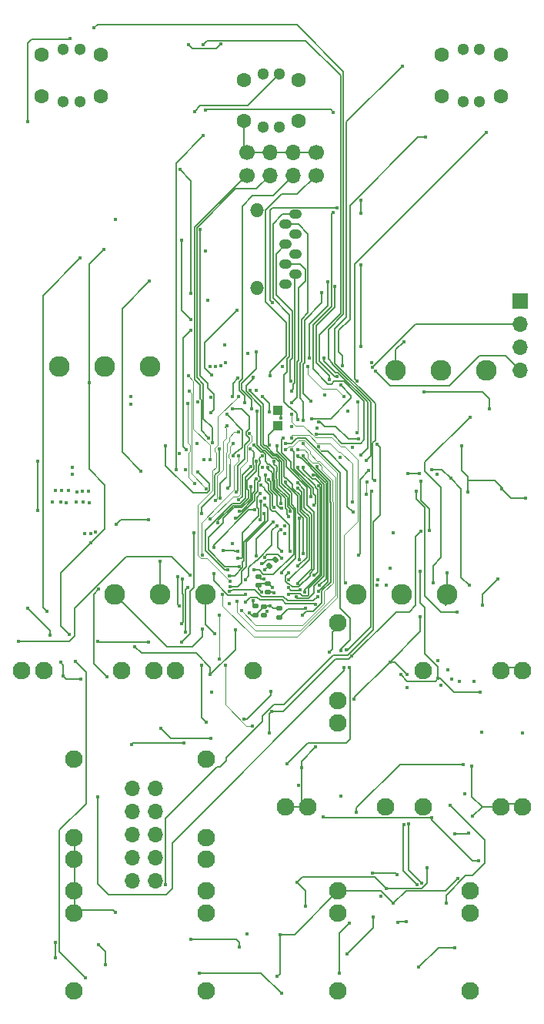
<source format=gbr>
G04 #@! TF.GenerationSoftware,KiCad,Pcbnew,8.0.5*
G04 #@! TF.CreationDate,2024-11-14T10:29:34-08:00*
G04 #@! TF.ProjectId,Sampler-built,53616d70-6c65-4722-9d62-75696c742e6b,rev?*
G04 #@! TF.SameCoordinates,PX38444c0PY67f3540*
G04 #@! TF.FileFunction,Copper,L4,Bot*
G04 #@! TF.FilePolarity,Positive*
%FSLAX46Y46*%
G04 Gerber Fmt 4.6, Leading zero omitted, Abs format (unit mm)*
G04 Created by KiCad (PCBNEW 8.0.5) date 2024-11-14 10:29:34*
%MOMM*%
%LPD*%
G01*
G04 APERTURE LIST*
G04 Aperture macros list*
%AMRoundRect*
0 Rectangle with rounded corners*
0 $1 Rounding radius*
0 $2 $3 $4 $5 $6 $7 $8 $9 X,Y pos of 4 corners*
0 Add a 4 corners polygon primitive as box body*
4,1,4,$2,$3,$4,$5,$6,$7,$8,$9,$2,$3,0*
0 Add four circle primitives for the rounded corners*
1,1,$1+$1,$2,$3*
1,1,$1+$1,$4,$5*
1,1,$1+$1,$6,$7*
1,1,$1+$1,$8,$9*
0 Add four rect primitives between the rounded corners*
20,1,$1+$1,$2,$3,$4,$5,0*
20,1,$1+$1,$4,$5,$6,$7,0*
20,1,$1+$1,$6,$7,$8,$9,0*
20,1,$1+$1,$8,$9,$2,$3,0*%
G04 Aperture macros list end*
G04 #@! TA.AperFunction,ComponentPad*
%ADD10C,1.700000*%
G04 #@! TD*
G04 #@! TA.AperFunction,ComponentPad*
%ADD11O,1.700000X1.700000*%
G04 #@! TD*
G04 #@! TA.AperFunction,ComponentPad*
%ADD12R,1.700000X1.700000*%
G04 #@! TD*
G04 #@! TA.AperFunction,ComponentPad*
%ADD13C,1.930400*%
G04 #@! TD*
G04 #@! TA.AperFunction,SMDPad,CuDef*
%ADD14RoundRect,0.147500X-0.172500X0.147500X-0.172500X-0.147500X0.172500X-0.147500X0.172500X0.147500X0*%
G04 #@! TD*
G04 #@! TA.AperFunction,ComponentPad*
%ADD15C,1.600000*%
G04 #@! TD*
G04 #@! TA.AperFunction,ComponentPad*
%ADD16C,1.300000*%
G04 #@! TD*
G04 #@! TA.AperFunction,ComponentPad*
%ADD17O,1.397000X1.092200*%
G04 #@! TD*
G04 #@! TA.AperFunction,ComponentPad*
%ADD18O,1.524000X1.524000*%
G04 #@! TD*
G04 #@! TA.AperFunction,SMDPad,CuDef*
%ADD19R,1.000000X1.000000*%
G04 #@! TD*
G04 #@! TA.AperFunction,ComponentPad*
%ADD20C,2.286000*%
G04 #@! TD*
G04 #@! TA.AperFunction,SMDPad,CuDef*
%ADD21RoundRect,0.147500X0.172500X-0.147500X0.172500X0.147500X-0.172500X0.147500X-0.172500X-0.147500X0*%
G04 #@! TD*
G04 #@! TA.AperFunction,SMDPad,CuDef*
%ADD22RoundRect,0.147500X0.017678X-0.226274X0.226274X-0.017678X-0.017678X0.226274X-0.226274X0.017678X0*%
G04 #@! TD*
G04 #@! TA.AperFunction,ViaPad*
%ADD23C,0.400000*%
G04 #@! TD*
G04 #@! TA.AperFunction,Conductor*
%ADD24C,0.127000*%
G04 #@! TD*
G04 #@! TA.AperFunction,Conductor*
%ADD25C,0.203200*%
G04 #@! TD*
G04 #@! TA.AperFunction,Conductor*
%ADD26C,0.100000*%
G04 #@! TD*
G04 #@! TA.AperFunction,Conductor*
%ADD27C,0.200000*%
G04 #@! TD*
G04 APERTURE END LIST*
D10*
G04 #@! TO.P,J4,1,Pin_1*
G04 #@! TO.N,/UART_TX*
X-32170000Y91520000D03*
G04 #@! TO.P,J4,2,Pin_2*
G04 #@! TO.N,GND*
X-32170000Y94060000D03*
D11*
G04 #@! TO.P,J4,3,Pin_3*
G04 #@! TO.N,/UART_RX*
X-29630000Y91520000D03*
G04 #@! TO.P,J4,4,Pin_4*
G04 #@! TO.N,GND*
X-29630000Y94060000D03*
G04 #@! TO.P,J4,5,Pin_5*
G04 #@! TO.N,/DEBUG2*
X-27090000Y91520000D03*
G04 #@! TO.P,J4,6,Pin_6*
G04 #@! TO.N,GND*
X-27090000Y94060000D03*
D10*
G04 #@! TO.P,J4,7,Pin_7*
G04 #@! TO.N,/DEBUG3*
X-24550000Y91520000D03*
G04 #@! TO.P,J4,8,Pin_8*
G04 #@! TO.N,GND*
X-24550000Y94060000D03*
G04 #@! TD*
D12*
G04 #@! TO.P,J3,1,Pin_1*
G04 #@! TO.N,+3V3*
X-2090000Y77680000D03*
D11*
G04 #@! TO.P,J3,2,Pin_2*
G04 #@! TO.N,/SWDCLK*
X-2090000Y75140000D03*
G04 #@! TO.P,J3,3,Pin_3*
G04 #@! TO.N,GND*
X-2090000Y72600000D03*
G04 #@! TO.P,J3,4,Pin_4*
G04 #@! TO.N,/SWDIO*
X-2090000Y70060000D03*
G04 #@! TD*
G04 #@! TO.P,J10,1,-12V*
G04 #@! TO.N,Net-(D17-K)*
X-42274785Y13930000D03*
G04 #@! TO.P,J10,2,-12V*
X-44814785Y13930000D03*
G04 #@! TO.P,J10,3,GND*
G04 #@! TO.N,GND*
X-42274785Y16470000D03*
G04 #@! TO.P,J10,4,GND*
X-44814785Y16470000D03*
G04 #@! TO.P,J10,5,GND*
X-42274785Y19010000D03*
G04 #@! TO.P,J10,6,GND*
X-44814785Y19010000D03*
G04 #@! TO.P,J10,7,GND*
X-42274785Y21550000D03*
G04 #@! TO.P,J10,8,GND*
X-44814785Y21550000D03*
G04 #@! TO.P,J10,9,+12V*
G04 #@! TO.N,Net-(D16-A)*
X-42274785Y24090000D03*
G04 #@! TO.P,J10,10,+12V*
X-44814785Y24090000D03*
G04 #@! TD*
D13*
G04 #@! TO.P,J12,1,SIG*
G04 #@! TO.N,Net-(J12-SIG)*
X-51206000Y27276000D03*
G04 #@! TO.P,J12,2,SHEILD*
G04 #@! TO.N,GND*
X-51206000Y16303200D03*
G04 #@! TO.P,J12,3,SW*
X-51206000Y18716200D03*
G04 #@! TD*
G04 #@! TO.P,J16,1,SIG*
G04 #@! TO.N,Net-(J16-SIG)*
X-22158000Y1833000D03*
G04 #@! TO.P,J16,2,SHEILD*
G04 #@! TO.N,GND*
X-22158000Y12805800D03*
G04 #@! TO.P,J16,3,SW*
G04 #@! TO.N,unconnected-(J16-SW-Pad3)*
X-22158000Y10392800D03*
G04 #@! TD*
G04 #@! TO.P,J17,1,SIG*
G04 #@! TO.N,Net-(J17-SIG)*
X-7630000Y1833000D03*
G04 #@! TO.P,J17,2,SHEILD*
G04 #@! TO.N,GND*
X-7630000Y12805800D03*
G04 #@! TO.P,J17,3,SW*
G04 #@! TO.N,unconnected-(J17-SW-Pad3)*
X-7630000Y10392800D03*
G04 #@! TD*
D14*
G04 #@! TO.P,C30,1*
G04 #@! TO.N,+3V3*
X-28621900Y43875000D03*
G04 #@! TO.P,C30,2*
G04 #@! TO.N,GND*
X-28621900Y42905000D03*
G04 #@! TD*
D15*
G04 #@! TO.P,Bank_But1,1,UP-A*
G04 #@! TO.N,unconnected-(Bank_But1-UP-A-Pad1)*
X-4250000Y104750000D03*
G04 #@! TO.P,Bank_But1,2,POLE-A*
G04 #@! TO.N,Net-(Bank_But1-POLE-A)*
X-10750000Y104750000D03*
G04 #@! TO.P,Bank_But1,3,DOWN-A*
G04 #@! TO.N,unconnected-(Bank_But1-DOWN-A-Pad3)*
X-4250000Y100250000D03*
G04 #@! TO.P,Bank_But1,4,UP-B*
G04 #@! TO.N,GND*
X-10750000Y100250000D03*
D16*
G04 #@! TO.P,Bank_But1,5,CA*
G04 #@! TO.N,+3V3*
X-6600000Y105400000D03*
G04 #@! TO.P,Bank_But1,6,G*
G04 #@! TO.N,Net-(Bank_But1-G)*
X-8400000Y105400000D03*
G04 #@! TO.P,Bank_But1,7,R*
G04 #@! TO.N,Net-(Bank_But1-R)*
X-8400000Y99600000D03*
G04 #@! TO.P,Bank_But1,8,B*
G04 #@! TO.N,Net-(Bank_But1-B)*
X-6600000Y99600000D03*
G04 #@! TD*
D17*
G04 #@! TO.P,SD1,1,DAT2*
G04 #@! TO.N,/D18*
X-27953000Y79531249D03*
G04 #@! TO.P,SD1,2,CD/DAT3*
G04 #@! TO.N,/D19*
X-26853180Y80631069D03*
G04 #@! TO.P,SD1,3,CMD*
G04 #@! TO.N,/D4*
X-27953000Y81731143D03*
G04 #@! TO.P,SD1,4,VDD*
G04 #@! TO.N,+3V3*
X-26853180Y82830963D03*
G04 #@! TO.P,SD1,5,CLK*
G04 #@! TO.N,/D9*
X-27953000Y83931037D03*
G04 #@! TO.P,SD1,6,VSS*
G04 #@! TO.N,GND*
X-26853180Y85030857D03*
G04 #@! TO.P,SD1,7,DAT0*
G04 #@! TO.N,/D16*
X-27953000Y86130931D03*
G04 #@! TO.P,SD1,8,DAT1*
G04 #@! TO.N,/D17*
X-26853180Y87230751D03*
D18*
G04 #@! TO.P,SD1,9,SHELL1*
G04 #@! TO.N,GND*
X-31122920Y79088400D03*
G04 #@! TO.P,SD1,10,SHELL2*
X-31122920Y87673600D03*
G04 #@! TD*
D19*
G04 #@! TO.P,C4,1*
G04 #@! TO.N,Net-(U2B-VCAP_1)*
X-28771285Y63996678D03*
G04 #@! TO.P,C4,2*
G04 #@! TO.N,GND*
X-28771285Y65696678D03*
G04 #@! TD*
D20*
G04 #@! TO.P,POT_LENGTH1,1,Left*
G04 #@! TO.N,GNDADC*
X-36760000Y45424000D03*
G04 #@! TO.P,POT_LENGTH1,2,Center*
G04 #@! TO.N,Net-(POT_LENGTH1-Center)*
X-41760000Y45424000D03*
G04 #@! TO.P,POT_LENGTH1,3,Right*
G04 #@! TO.N,VREF+*
X-46760000Y45424000D03*
G04 #@! TD*
D13*
G04 #@! TO.P,J2,1,SIG*
G04 #@! TO.N,Net-(J2-SIG)*
X-22157000Y42272000D03*
G04 #@! TO.P,J2,2,SHEILD*
G04 #@! TO.N,GND*
X-22157000Y31299200D03*
G04 #@! TO.P,J2,3,SW*
X-22157000Y33712200D03*
G04 #@! TD*
D20*
G04 #@! TO.P,POT_PITCH1,1,Left*
G04 #@! TO.N,GNDADC*
X-5820000Y70027000D03*
G04 #@! TO.P,POT_PITCH1,2,Center*
G04 #@! TO.N,Net-(POT_PITCH1-Center)*
X-10820000Y70027000D03*
G04 #@! TO.P,POT_PITCH1,3,Right*
G04 #@! TO.N,VREF+*
X-15820000Y70027000D03*
G04 #@! TD*
D13*
G04 #@! TO.P,J7,1,SIG*
G04 #@! TO.N,Net-(J7-SIG)*
X-45999000Y37065000D03*
G04 #@! TO.P,J7,2,SHEILD*
G04 #@! TO.N,GND*
X-56971800Y37065000D03*
G04 #@! TO.P,J7,3,SW*
X-54558800Y37065000D03*
G04 #@! TD*
D14*
G04 #@! TO.P,C32,1*
G04 #@! TO.N,+3V3*
X-30334472Y44089454D03*
G04 #@! TO.P,C32,2*
G04 #@! TO.N,GND*
X-30334472Y43119454D03*
G04 #@! TD*
D13*
G04 #@! TO.P,J15,1,SIG*
G04 #@! TO.N,Net-(J15-SIG)*
X-36685000Y1833000D03*
G04 #@! TO.P,J15,2,SHEILD*
G04 #@! TO.N,GND*
X-36685000Y12805800D03*
G04 #@! TO.P,J15,3,SW*
G04 #@! TO.N,unconnected-(J15-SW-Pad3)*
X-36685000Y10392800D03*
G04 #@! TD*
D15*
G04 #@! TO.P,REV_BUT1,1,UP-A*
G04 #@! TO.N,unconnected-(REV_BUT1-UP-A-Pad1)*
X-48250000Y104750000D03*
G04 #@! TO.P,REV_BUT1,2,POLE-A*
G04 #@! TO.N,Net-(REV_BUT1-POLE-A)*
X-54750000Y104750000D03*
G04 #@! TO.P,REV_BUT1,3,DOWN-A*
G04 #@! TO.N,unconnected-(REV_BUT1-DOWN-A-Pad3)*
X-48250000Y100250000D03*
G04 #@! TO.P,REV_BUT1,4,UP-B*
G04 #@! TO.N,GND*
X-54750000Y100250000D03*
D16*
G04 #@! TO.P,REV_BUT1,5,CA*
G04 #@! TO.N,+3V3*
X-50600000Y105400000D03*
G04 #@! TO.P,REV_BUT1,6,G*
G04 #@! TO.N,Net-(REV_BUT1-G)*
X-52400000Y105400000D03*
G04 #@! TO.P,REV_BUT1,7,R*
G04 #@! TO.N,Net-(REV_BUT1-R)*
X-52400000Y99600000D03*
G04 #@! TO.P,REV_BUT1,8,B*
G04 #@! TO.N,Net-(REV_BUT1-B)*
X-50600000Y99600000D03*
G04 #@! TD*
D14*
G04 #@! TO.P,C28,1*
G04 #@! TO.N,+3V3*
X-29898608Y46645710D03*
G04 #@! TO.P,C28,2*
G04 #@! TO.N,GND*
X-29898608Y45675710D03*
G04 #@! TD*
D21*
G04 #@! TO.P,C33,1*
G04 #@! TO.N,+3V3*
X-30914608Y46440758D03*
G04 #@! TO.P,C33,2*
G04 #@! TO.N,GND*
X-30914608Y47410758D03*
G04 #@! TD*
D13*
G04 #@! TO.P,J9,1,SIG*
G04 #@! TO.N,Net-(J9-SIG)*
X-36685000Y27276000D03*
G04 #@! TO.P,J9,2,SHEILD*
G04 #@! TO.N,GND*
X-36685000Y16303200D03*
G04 #@! TO.P,J9,3,SW*
X-36685000Y18716200D03*
G04 #@! TD*
G04 #@! TO.P,J8,1,SIG*
G04 #@! TO.N,Net-(J8-SIG)*
X-12838000Y37065000D03*
G04 #@! TO.P,J8,2,SHEILD*
G04 #@! TO.N,GND*
X-1865200Y37065000D03*
G04 #@! TO.P,J8,3,SW*
X-4278200Y37065000D03*
G04 #@! TD*
G04 #@! TO.P,J11,1,SIG*
G04 #@! TO.N,Net-(J11-SIG)*
X-51206000Y1833000D03*
G04 #@! TO.P,J11,2,SHEILD*
G04 #@! TO.N,GND*
X-51206000Y12805800D03*
G04 #@! TO.P,J11,3,SW*
X-51206000Y10392800D03*
G04 #@! TD*
G04 #@! TO.P,J13,1,SIG*
G04 #@! TO.N,Net-(J13-SIG)*
X-12838000Y22069000D03*
G04 #@! TO.P,J13,2,SHEILD*
G04 #@! TO.N,GND*
X-1865200Y22069000D03*
G04 #@! TO.P,J13,3,SW*
X-4278200Y22069000D03*
G04 #@! TD*
G04 #@! TO.P,J6,1,SIG*
G04 #@! TO.N,Net-(J6-SIG)*
X-31478000Y37065000D03*
G04 #@! TO.P,J6,2,SHEILD*
G04 #@! TO.N,GND*
X-42450800Y37065000D03*
G04 #@! TO.P,J6,3,SW*
X-40037800Y37065000D03*
G04 #@! TD*
G04 #@! TO.P,J14,1,SIG*
G04 #@! TO.N,Net-(J14-SIG)*
X-16951000Y22069000D03*
G04 #@! TO.P,J14,2,SHEILD*
G04 #@! TO.N,GND*
X-27923800Y22069000D03*
G04 #@! TO.P,J14,3,SW*
X-25510800Y22069000D03*
G04 #@! TD*
D15*
G04 #@! TO.P,PLAY_BUT1,1,UP-A*
G04 #@! TO.N,unconnected-(PLAY_BUT1-UP-A-Pad1)*
X-26535000Y101979000D03*
G04 #@! TO.P,PLAY_BUT1,2,POLE-A*
G04 #@! TO.N,Net-(PLAY_BUT1-POLE-A)*
X-32527000Y101979000D03*
G04 #@! TO.P,PLAY_BUT1,3,DOWN-A*
G04 #@! TO.N,unconnected-(PLAY_BUT1-DOWN-A-Pad3)*
X-26535000Y97479000D03*
G04 #@! TO.P,PLAY_BUT1,4,UP-B*
G04 #@! TO.N,GND*
X-32527000Y97479000D03*
D16*
G04 #@! TO.P,PLAY_BUT1,5,CA*
G04 #@! TO.N,+3V3*
X-28631000Y102629000D03*
G04 #@! TO.P,PLAY_BUT1,6,G*
G04 #@! TO.N,Net-(PLAY_BUT1-G)*
X-30431000Y102629000D03*
G04 #@! TO.P,PLAY_BUT1,7,R*
G04 #@! TO.N,Net-(PLAY_BUT1-R)*
X-30431000Y96829000D03*
G04 #@! TO.P,PLAY_BUT1,8,B*
G04 #@! TO.N,Net-(PLAY_BUT1-B)*
X-28631000Y96829000D03*
G04 #@! TD*
D22*
G04 #@! TO.P,C27,1*
G04 #@! TO.N,+3V3*
X-29771347Y48573731D03*
G04 #@! TO.P,C27,2*
G04 #@! TO.N,GND*
X-29085453Y49259625D03*
G04 #@! TD*
D21*
G04 #@! TO.P,C31,1*
G04 #@! TO.N,+3V3*
X-31293576Y43176350D03*
G04 #@! TO.P,C31,2*
G04 #@! TO.N,GND*
X-31293576Y44146350D03*
G04 #@! TD*
D20*
G04 #@! TO.P,POT_SAMP1,1,Left*
G04 #@! TO.N,GNDADC*
X-42815000Y70455000D03*
G04 #@! TO.P,POT_SAMP1,2,Center*
G04 #@! TO.N,Net-(POT_SAMP1-Center)*
X-47815000Y70455000D03*
G04 #@! TO.P,POT_SAMP1,3,Right*
G04 #@! TO.N,VREF+*
X-52815000Y70455000D03*
G04 #@! TD*
G04 #@! TO.P,POT_START1,1,Left*
G04 #@! TO.N,GNDADC*
X-10140000Y45424000D03*
G04 #@! TO.P,POT_START1,2,Center*
G04 #@! TO.N,Net-(POT_START1-Center)*
X-15140000Y45424000D03*
G04 #@! TO.P,POT_START1,3,Right*
G04 #@! TO.N,VREF+*
X-20140000Y45424000D03*
G04 #@! TD*
D23*
G04 #@! TO.N,GND*
X-51416648Y58600078D03*
X-16470000Y38000000D03*
X-27284360Y63918528D03*
X-50946648Y55560078D03*
X-48874685Y52274685D03*
X-47761433Y4690078D03*
X-44991748Y67190393D03*
X-50010078Y52110078D03*
X-52074948Y55538378D03*
X-20406500Y33880000D03*
X-53830000Y40980000D03*
X-32091433Y71910078D03*
X-56280000Y43910000D03*
X-30346664Y47147246D03*
X-30228399Y56013927D03*
X-36106648Y34710078D03*
X-33056648Y6630078D03*
X-4160000Y57060000D03*
X-44926648Y28960078D03*
X-49576648Y55500078D03*
X-26159050Y26356578D03*
X-31493728Y44712910D03*
X-29524785Y34760000D03*
X-11246648Y58600078D03*
X-46566492Y53164138D03*
X-28421285Y64856678D03*
X-20624785Y61560000D03*
X-39624933Y60890078D03*
X-7900000Y56720000D03*
X-13036648Y57870078D03*
X-28574785Y8010000D03*
X-35070000Y105970000D03*
X-13140000Y42950000D03*
X-38630000Y105906500D03*
X-32489785Y31700000D03*
X-7366648Y21020078D03*
X-23621433Y67380078D03*
X-1506648Y56030078D03*
X-43010000Y53660000D03*
X-7804785Y19200000D03*
X-39146648Y29110078D03*
X-28904785Y3395000D03*
X-21104785Y65570000D03*
X-49340000Y52100000D03*
X-25764275Y43911665D03*
X-50246648Y55630078D03*
X-7424785Y26550000D03*
X-29256750Y45615118D03*
X-29977795Y43534660D03*
X-9020463Y14196263D03*
X-37641433Y66620078D03*
X-46694785Y86635000D03*
X-8570000Y61730000D03*
X-51366648Y59400078D03*
X-16121433Y52240078D03*
X-9294785Y19120000D03*
X-28011400Y52106678D03*
X-37664871Y62009914D03*
X-52654948Y55568378D03*
X-53602884Y55600078D03*
X-30538400Y48816678D03*
X-16086648Y11450078D03*
X-24616648Y28640078D03*
X-48531433Y6920078D03*
X-46651433Y10460078D03*
X-38401433Y7460078D03*
X-14580000Y36620000D03*
X-12144285Y52470078D03*
G04 #@! TO.N,+3V3*
X-28324484Y70469877D03*
X-36181285Y67116678D03*
X-36214785Y36640000D03*
X-37972744Y98557256D03*
X-36721433Y83220000D03*
X-30531285Y59396678D03*
X-50336648Y56770078D03*
X-21920821Y60475575D03*
X-34131264Y44378646D03*
X-36471433Y77750078D03*
X-29373336Y46151566D03*
X-28011900Y52926678D03*
X-30572436Y45716088D03*
X-50926648Y56710078D03*
X-13111433Y47982462D03*
X-30208400Y48116678D03*
X-51816648Y56820078D03*
X-53274948Y56898378D03*
X-49606648Y56760078D03*
X-33822400Y51013126D03*
X-52584948Y56868378D03*
X-6521433Y34710078D03*
X-24441285Y63756678D03*
X-33483763Y41550078D03*
X-11154109Y36160078D03*
X-44510000Y39690000D03*
X-31938400Y43426678D03*
X-15241433Y36601500D03*
X-29625050Y44181288D03*
G04 #@! TO.N,/A4*
X-57330000Y40240000D03*
X-38480000Y47570000D03*
G04 #@! TO.N,GNDADC*
X-10150000Y47770000D03*
X-35757327Y41102185D03*
X-16410000Y48320000D03*
X-17751435Y47030078D03*
G04 #@! TO.N,/A5*
X-36694785Y31380500D03*
X-38672980Y46212350D03*
X-37163648Y37650000D03*
X-38937744Y41277744D03*
G04 #@! TO.N,+12V*
X-1901433Y30210078D03*
X-50462562Y36144461D03*
X-9770000Y58190000D03*
X-11878240Y59142588D03*
X-41651433Y30710078D03*
X-17494392Y12202334D03*
X-52699302Y37953813D03*
X-52379833Y36460078D03*
X-26536648Y24430078D03*
X-21826648Y23280078D03*
X-8204785Y23480000D03*
X-32146648Y8060000D03*
X-47944785Y83360000D03*
X-49520000Y68700000D03*
X-36204785Y29630000D03*
X-49380000Y51060000D03*
X-51725364Y41053500D03*
X-7740000Y46420000D03*
G04 #@! TO.N,-12VA*
X-15566648Y9320078D03*
X-37431433Y3810078D03*
X-12404785Y15340000D03*
X-51029998Y38040000D03*
X-28411433Y1570078D03*
X-25764785Y11130000D03*
X-29514785Y32540000D03*
X-16895048Y13100000D03*
X-14694785Y9420078D03*
X-49991433Y3250078D03*
X-20640000Y38660000D03*
X-50560000Y82410000D03*
X-13011433Y52340078D03*
X-54190000Y43540000D03*
X-26694785Y13730000D03*
X-29714785Y30170000D03*
G04 #@! TO.N,/A2*
X-39403500Y42190000D03*
X-39277721Y47163291D03*
G04 #@! TO.N,/A7*
X-39371433Y84350000D03*
X-38661433Y69480078D03*
X-36241433Y60250078D03*
X-38324933Y75660078D03*
G04 #@! TO.N,/A6*
X-36131285Y65426678D03*
X-33732087Y60665676D03*
X-34426440Y65236678D03*
X-37340000Y85590000D03*
G04 #@! TO.N,/D6*
X-18144785Y57920000D03*
X-15080000Y103520000D03*
G04 #@! TO.N,/D8*
X-40000000Y59136500D03*
X-25874444Y45702763D03*
X-24325876Y57344123D03*
X-39775315Y47374685D03*
X-36980000Y95860000D03*
X-39660000Y44200000D03*
G04 #@! TO.N,/A9*
X-37901433Y57610078D03*
X-38698940Y66456258D03*
G04 #@! TO.N,/D15*
X-27781433Y26820078D03*
X-20951433Y37390078D03*
X-21288226Y39322752D03*
X-18461433Y56773578D03*
X-25151731Y56180404D03*
X-28171429Y62636722D03*
G04 #@! TO.N,/D13*
X-21879635Y39221565D03*
X-27931433Y61989319D03*
X-21481433Y37390078D03*
X-48584785Y23200000D03*
G04 #@! TO.N,VREF+*
X-55230000Y54620000D03*
X-38991433Y59136500D03*
X-37137888Y41642800D03*
X-6253006Y44223636D03*
X-4554633Y47086878D03*
X-16827883Y46479996D03*
X-55220000Y60100000D03*
X-14940000Y73200000D03*
X-17891433Y46440078D03*
X-36941433Y60280078D03*
G04 #@! TO.N,/D11*
X-19674785Y60730000D03*
X-23320000Y79840000D03*
X-23700137Y71433500D03*
X-25361433Y71420078D03*
G04 #@! TO.N,/D10*
X-49000000Y107726500D03*
X-19054785Y60170000D03*
G04 #@! TO.N,/D14*
X-22690000Y98470006D03*
X-24539092Y63028871D03*
X-22690000Y87460000D03*
X-36770000Y98650002D03*
G04 #@! TO.N,/D12*
X-21851433Y68420078D03*
X-25081285Y64746678D03*
X-36990000Y105906500D03*
X-22294785Y69370000D03*
G04 #@! TO.N,/D0*
X-12550000Y95720000D03*
X-21680000Y70562334D03*
G04 #@! TO.N,/D1*
X-29421433Y77560078D03*
X-36091433Y69530078D03*
X-33250000Y76700000D03*
X-22314933Y87950000D03*
G04 #@! TO.N,/D3*
X-39536500Y92145286D03*
X-25174785Y66650000D03*
X-38324933Y78570078D03*
X-23961285Y78580078D03*
G04 #@! TO.N,/D5*
X-5870000Y96250000D03*
X-20070000Y68910000D03*
G04 #@! TO.N,/D19*
X-27257734Y67806549D03*
G04 #@! TO.N,/D18*
X-23104785Y69040000D03*
X-22531285Y79270078D03*
G04 #@! TO.N,/D7*
X-26623026Y59373759D03*
X-19640000Y88810000D03*
X-56280000Y97420000D03*
X-24820000Y47530000D03*
X-19630000Y81660000D03*
X-51670000Y106520000D03*
X-19620000Y72730000D03*
X-18820500Y59020000D03*
X-19630000Y87330000D03*
X-19940000Y49750000D03*
G04 #@! TO.N,/D17*
X-26613522Y64618915D03*
G04 #@! TO.N,/D16*
X-25971285Y64596678D03*
G04 #@! TO.N,/D9*
X-27401725Y68901878D03*
G04 #@! TO.N,/A0*
X-37121900Y49750000D03*
X-31621433Y30980000D03*
X-35200000Y43170000D03*
X-35200000Y38340000D03*
X-34589999Y37600001D03*
X-33126178Y60696678D03*
G04 #@! TO.N,/A1*
X-36660000Y57070000D03*
X-38561433Y67810078D03*
G04 #@! TO.N,/A3*
X-38911433Y61350078D03*
X-5491433Y65870078D03*
X-12680000Y67670000D03*
X-38341433Y74470078D03*
G04 #@! TO.N,/A8*
X-38058548Y52200078D03*
X-39360000Y40200000D03*
X-43040000Y40180000D03*
X-37168548Y54330078D03*
X-35231433Y61450078D03*
X-48600000Y40280000D03*
G04 #@! TO.N,Net-(J2-SIG)*
X-23101433Y39120078D03*
G04 #@! TO.N,Net-(C46-Pad1)*
X-13556648Y56740078D03*
X-9100000Y43470000D03*
G04 #@! TO.N,Net-(POT_LENGTH1-Center)*
X-41730000Y49100000D03*
X-42900000Y79900000D03*
X-43855000Y58995000D03*
G04 #@! TO.N,/D4*
X-27311285Y66506678D03*
G04 #@! TO.N,/VCOM*
X-6724785Y16140000D03*
X-11854785Y20850000D03*
X-23836648Y20990078D03*
G04 #@! TO.N,GNDA*
X-18354785Y14790000D03*
X-9844785Y22250000D03*
X-10254785Y11520000D03*
X-15634785Y14620000D03*
G04 #@! TO.N,Net-(POT_START1-Center)*
X-7656648Y64930078D03*
X-11723627Y46679115D03*
G04 #@! TO.N,Net-(U2B-VCAP_1)*
X-29698839Y61869124D03*
G04 #@! TO.N,+3.3VADC*
X-37621433Y58930078D03*
X-44990000Y66360000D03*
X-41121433Y61770078D03*
G04 #@! TO.N,/BOOT0*
X-31711285Y65846678D03*
X-31141433Y72090078D03*
G04 #@! TO.N,Net-(C152-Pad1)*
X-18334785Y9960078D03*
X-21206648Y5860078D03*
G04 #@! TO.N,Net-(C152-Pad2)*
X-20906648Y9300078D03*
X-22066648Y3760078D03*
G04 #@! TO.N,Net-(C153-Pad1)*
X-13294785Y4430000D03*
X-9356648Y6600078D03*
G04 #@! TO.N,/SWDCLK*
X-18352744Y70427256D03*
G04 #@! TO.N,/SWDIO*
X-18040000Y69990000D03*
G04 #@! TO.N,/UART_TX*
X-36395997Y62606420D03*
G04 #@! TO.N,/UART_RX*
X-35994785Y62143420D03*
G04 #@! TO.N,/DEBUG2*
X-32481285Y66546678D03*
G04 #@! TO.N,/DEBUG3*
X-29661285Y69446678D03*
G04 #@! TO.N,Net-(J9-SIG)*
X-48529485Y45987030D03*
X-47636648Y36350078D03*
G04 #@! TO.N,/LOUT+*
X-12983348Y13706953D03*
X-14370990Y20171603D03*
G04 #@! TO.N,/LOUT-*
X-13448884Y13525901D03*
X-14926648Y20120078D03*
G04 #@! TO.N,/I2C1_SCL*
X-7166648Y35820078D03*
X-34671433Y72870078D03*
G04 #@! TO.N,/I2C1_SDA*
X-11151433Y38150078D03*
X-31163507Y67843305D03*
G04 #@! TO.N,/RIN*
X-20146648Y21450078D03*
X-8371433Y26740078D03*
G04 #@! TO.N,/SAI_SD_B*
X-8784785Y35900000D03*
X-36247785Y70520000D03*
G04 #@! TO.N,/SAI_MCLK*
X-35053378Y70601773D03*
X-10855407Y35409378D03*
G04 #@! TO.N,/SD-NBL1*
X-26568400Y48566678D03*
X-31821285Y67836678D03*
G04 #@! TO.N,/SD-NBL0*
X-33124785Y67191712D03*
X-34080000Y46876681D03*
G04 #@! TO.N,/SD-CKE1*
X-28388400Y47796678D03*
X-31531285Y69276678D03*
G04 #@! TO.N,/CODEC_RESET*
X-6401433Y30310078D03*
X-18507744Y70902256D03*
G04 #@! TO.N,/SAI_FS*
X-9654785Y36080000D03*
X-35647782Y70520000D03*
G04 #@! TO.N,/SAI_SCK*
X-34525640Y70887247D03*
X-10118285Y37137000D03*
G04 #@! TO.N,/SAI_SD_A*
X-14534785Y35170000D03*
X-33206271Y69180078D03*
X-33771285Y67196678D03*
G04 #@! TO.N,/SD-NCAS*
X-29741285Y65486678D03*
X-30521285Y67186678D03*
X-31121285Y65546678D03*
X-31388400Y48136678D03*
G04 #@! TO.N,/SD-D2*
X-24638400Y44356678D03*
X-32387044Y44574879D03*
X-21390000Y46660000D03*
X-27276258Y65246678D03*
G04 #@! TO.N,/SD-D3*
X-20104785Y63200000D03*
X-34148400Y45736678D03*
X-18989648Y57754862D03*
X-24436579Y45188733D03*
X-25520915Y70530500D03*
X-20004785Y66580000D03*
X-19091433Y56410078D03*
X-21534785Y67230000D03*
G04 #@! TO.N,/SD-A0*
X-33368107Y56663178D03*
X-33813400Y65854563D03*
G04 #@! TO.N,/SD-A2*
X-35648966Y55737066D03*
X-34423601Y63934290D03*
G04 #@! TO.N,/SD-A1*
X-33188400Y50186678D03*
X-31927720Y63108823D03*
X-34848400Y50266678D03*
X-36240000Y53690000D03*
G04 #@! TO.N,/SD-CLK*
X-28901433Y61740078D03*
X-27594830Y47780156D03*
G04 #@! TO.N,/SD-A3*
X-33117342Y63286303D03*
X-35134281Y56032117D03*
G04 #@! TO.N,/SD-A4*
X-30698220Y55686498D03*
X-30783754Y53675392D03*
G04 #@! TO.N,/SD-NWE*
X-31813124Y61416678D03*
X-34298400Y48096678D03*
G04 #@! TO.N,/SD-A5*
X-33735510Y62055410D03*
X-34290212Y57103678D03*
G04 #@! TO.N,/SD-BA1*
X-33188697Y49406678D03*
X-30720000Y56510000D03*
X-20591900Y55570000D03*
X-27271285Y62636678D03*
G04 #@! TO.N,/SD-BA0*
X-24802548Y55280078D03*
X-27271285Y61346678D03*
X-29308400Y53426678D03*
X-31176317Y49622121D03*
G04 #@! TO.N,/SD-D1*
X-33258400Y44646678D03*
X-25974785Y61990000D03*
G04 #@! TO.N,/SD-A12*
X-24301674Y61664545D03*
X-26450000Y53776678D03*
X-26448400Y49216678D03*
X-20541900Y54460000D03*
G04 #@! TO.N,/SD-A11*
X-33428400Y53826678D03*
X-28358400Y49366678D03*
X-30230653Y49529027D03*
X-30524136Y60703916D03*
G04 #@! TO.N,/SD-NE1*
X-34860000Y45413031D03*
X-27952030Y61385554D03*
G04 #@! TO.N,/SD-D0*
X-26613634Y61313401D03*
X-32778400Y43616678D03*
G04 #@! TO.N,/SD-A7*
X-27583400Y54021678D03*
X-28455694Y52579384D03*
X-31450124Y61836678D03*
X-28350250Y50183135D03*
G04 #@! TO.N,/SD-A10*
X-31166452Y60056678D03*
X-35378400Y53276678D03*
G04 #@! TO.N,/SD-D10*
X-24215007Y46436645D03*
X-26626333Y60696678D03*
G04 #@! TO.N,/SD-D15*
X-26081900Y43120000D03*
X-24447659Y59464562D03*
G04 #@! TO.N,/SD-A6*
X-31747265Y59442904D03*
X-33077132Y55815410D03*
G04 #@! TO.N,/SD-A9*
X-33000080Y54608358D03*
X-31148979Y58141122D03*
G04 #@! TO.N,/SD-D5*
X-34080000Y46276678D03*
X-30268400Y55276678D03*
X-28418785Y55419721D03*
X-29876478Y59389485D03*
G04 #@! TO.N,/SD-D6*
X-32378400Y46996678D03*
X-29221285Y60041642D03*
X-27411400Y54606678D03*
X-28898400Y52976678D03*
G04 #@! TO.N,/SD-D8*
X-27979089Y57814645D03*
X-25977516Y49900000D03*
G04 #@! TO.N,/SD-D11*
X-24351900Y45733969D03*
X-27608400Y46156678D03*
X-25976312Y60686678D03*
X-26308376Y45951745D03*
G04 #@! TO.N,/SD-D14*
X-24868478Y58529485D03*
X-26781720Y45133358D03*
G04 #@! TO.N,/SD-D13*
X-27582340Y45406678D03*
X-25981285Y59391700D03*
G04 #@! TO.N,/SD-NRAS*
X-33051530Y48514272D03*
X-31763500Y57266324D03*
G04 #@! TO.N,/SD-A8*
X-27478703Y50130119D03*
X-30648138Y57478911D03*
G04 #@! TO.N,/SD-D4*
X-31311400Y54716678D03*
X-32382888Y45414144D03*
X-30141285Y58546678D03*
X-35868404Y47678278D03*
X-29185557Y55020427D03*
X-35868400Y50576678D03*
G04 #@! TO.N,/SD-D7*
X-30298925Y54353678D03*
X-29778285Y58026678D03*
X-34097628Y47494185D03*
X-28334167Y54885808D03*
G04 #@! TO.N,/SD-D9*
X-27582103Y47013336D03*
X-26614605Y57144818D03*
G04 #@! TO.N,/SD-D12*
X-26636535Y57680108D03*
X-26634307Y46635333D03*
G04 #@! TO.N,Net-(U14A--)*
X-14526648Y58760078D03*
X-13206648Y58690078D03*
G04 #@! TO.N,/D2*
X-41135730Y13496578D03*
X-17893500Y61930078D03*
X-24349965Y64367999D03*
X-53306648Y5470078D03*
X-53306648Y7170078D03*
X-19884785Y62490000D03*
G04 #@! TD*
D24*
G04 #@! TO.N,GND*
X-17442370Y12805800D02*
X-16086648Y11450078D01*
X-4160000Y57223430D02*
X-4160000Y57060000D01*
X-51142785Y16604200D02*
X-51142785Y13135800D01*
X-14696648Y12840078D02*
X-10376648Y12840078D01*
X-38401433Y7460078D02*
X-33396648Y7460078D01*
X-13036648Y57870078D02*
X-13036648Y55720078D01*
X-43010000Y53660000D02*
X-46070630Y53660000D01*
X-44776648Y29110078D02*
X-44926648Y28960078D01*
X-30914608Y47410758D02*
X-30651096Y47147246D01*
X-7900000Y57980078D02*
X-4916648Y57980078D01*
X-4160000Y57060000D02*
X-3130078Y56030078D01*
X-25816014Y43859926D02*
X-25764275Y43911665D01*
X-7900000Y58380000D02*
X-8570000Y59050000D01*
X-35070000Y105970000D02*
X-35597000Y105443000D01*
X-4261985Y22370000D02*
X-1848985Y22370000D01*
X-14580000Y36620000D02*
X-15960000Y38000000D01*
X-8570000Y59050000D02*
X-8570000Y61730000D01*
X-30428935Y48816678D02*
X-30005093Y49240520D01*
X-27666974Y43859926D02*
X-28621900Y42905000D01*
X-32144785Y31700000D02*
X-29524785Y34320000D01*
X-7804785Y19200000D02*
X-7884785Y19120000D01*
X-6317726Y22069000D02*
X-7366648Y21020078D01*
X-35597000Y105443000D02*
X-38166500Y105443000D01*
X-4916648Y57980078D02*
X-4160000Y57223430D01*
X-12144285Y54827715D02*
X-12144285Y52470078D01*
X-3130078Y56030078D02*
X-1506648Y56030078D01*
X-56280000Y43910000D02*
X-53830000Y41460000D01*
X-31493728Y44712910D02*
X-31493728Y44216734D01*
X-29317342Y45675710D02*
X-29898608Y45675710D01*
X-10376648Y12840078D02*
X-9020463Y14196263D01*
X-26159050Y27097676D02*
X-24616648Y28640078D01*
X-27666974Y43859926D02*
X-25816014Y43859926D01*
X-30651096Y47147246D02*
X-30346664Y47147246D01*
X-28574785Y8010000D02*
X-28574785Y3725000D01*
X-13140000Y41330000D02*
X-13140000Y42950000D01*
X-46651433Y10460078D02*
X-46914155Y10722800D01*
X-26146648Y26344176D02*
X-26159050Y26356578D01*
X-4261985Y37370000D02*
X-1848985Y37370000D01*
X-28574785Y8010000D02*
X-26953800Y8010000D01*
X-29256750Y45615118D02*
X-29317342Y45675710D01*
X-38166500Y105443000D02*
X-38630000Y105906500D01*
X-39146648Y29110078D02*
X-44776648Y29110078D01*
X-15960000Y38000000D02*
X-16470000Y38000000D01*
X-7884785Y19120000D02*
X-9294785Y19120000D01*
X-28574785Y3725000D02*
X-28904785Y3395000D01*
X-26146648Y22704848D02*
X-26146648Y26344176D01*
X-13036648Y55720078D02*
X-12144285Y54827715D01*
X-51142785Y13135800D02*
X-51142785Y10722800D01*
X-33396648Y7460078D02*
X-33056648Y7120078D01*
X-53830000Y41460000D02*
X-53830000Y40980000D01*
X-26159050Y26356578D02*
X-26159050Y27097676D01*
X-33056648Y7120078D02*
X-33056648Y6630078D01*
X-6317726Y22069000D02*
X-7424785Y23176059D01*
X-25510800Y22069000D02*
X-27923800Y22069000D01*
X-29524785Y34320000D02*
X-29524785Y34760000D01*
X-30334472Y43177983D02*
X-29977795Y43534660D01*
X-51142785Y19017200D02*
X-51142785Y16604200D01*
X-30538400Y48816678D02*
X-30428935Y48816678D01*
X-32527000Y94417000D02*
X-32170000Y94060000D01*
X-32489785Y31700000D02*
X-32144785Y31700000D01*
X-32170000Y94060000D02*
X-24550000Y94060000D01*
X-4278200Y22069000D02*
X-6317726Y22069000D01*
X-16086648Y11450078D02*
X-14696648Y12840078D01*
X-20406500Y34063500D02*
X-20406500Y33880000D01*
X-28421285Y64856678D02*
X-28421285Y65346678D01*
X-7900000Y56720000D02*
X-7900000Y57980078D01*
X-16470000Y38000000D02*
X-20406500Y34063500D01*
X-32527000Y97479000D02*
X-32527000Y94417000D01*
X-16470000Y38000000D02*
X-13140000Y41330000D01*
X-7900000Y56720000D02*
X-7900000Y58380000D01*
X-22158000Y12805800D02*
X-17442370Y12805800D01*
X-47761433Y6150078D02*
X-47761433Y4690078D01*
X-48531433Y6920078D02*
X-47761433Y6150078D01*
X-46070630Y53660000D02*
X-46566492Y53164138D01*
X-7424785Y23176059D02*
X-7424785Y26550000D01*
X-26953800Y8010000D02*
X-22158000Y12805800D01*
X-46914155Y10722800D02*
X-51142785Y10722800D01*
X-30005093Y49240520D02*
X-29237778Y49240520D01*
G04 #@! TO.N,+3V3*
X-30269080Y43962086D02*
X-30049878Y44181288D01*
X-30914608Y46058260D02*
X-30572436Y45716088D01*
D25*
X-11154109Y36160078D02*
X-11154109Y37454109D01*
X-10896737Y36160078D02*
X-11154109Y36160078D01*
D24*
X-43789800Y38969800D02*
X-37788774Y38969800D01*
D25*
X-11154109Y36160078D02*
X-11415987Y35898200D01*
X-11154109Y37454109D02*
X-12639808Y38939808D01*
D24*
X-29404464Y46151566D02*
X-29898608Y46645710D01*
D25*
X-29625050Y44181288D02*
X-29318762Y43875000D01*
X-6521433Y34710078D02*
X-9446737Y34710078D01*
X-12639808Y38939808D02*
X-12639808Y43989808D01*
X-31247576Y43176350D02*
X-30334472Y44089454D01*
X-37364900Y99165100D02*
X-37972744Y98557256D01*
D24*
X-36214785Y37395811D02*
X-36214785Y36640000D01*
X-30208400Y48116678D02*
X-30208400Y48136678D01*
D25*
X-33483763Y39371022D02*
X-33483763Y41550078D01*
X-13111433Y44461433D02*
X-13111433Y47982462D01*
X-14538133Y35898200D02*
X-15241433Y36601500D01*
D24*
X-29373336Y46151566D02*
X-29404464Y46151566D01*
D25*
X-12639808Y43989808D02*
X-13111433Y44461433D01*
D24*
X-37788774Y38969800D02*
X-36214785Y37395811D01*
D25*
X-11415987Y35898200D02*
X-14538133Y35898200D01*
X-9446737Y34710078D02*
X-10896737Y36160078D01*
X-29898608Y46645710D02*
X-30709656Y46645710D01*
D24*
X-30208400Y48136678D02*
X-29771347Y48573731D01*
D25*
X-32094900Y99165100D02*
X-37364900Y99165100D01*
X-31938400Y43426678D02*
X-31604366Y43092644D01*
X-29318762Y43875000D02*
X-28621900Y43875000D01*
D24*
X-30049878Y44181288D02*
X-29625050Y44181288D01*
D25*
X-36214785Y36640000D02*
X-33483763Y39371022D01*
X-28631000Y102629000D02*
X-32094900Y99165100D01*
D24*
X-44510000Y39690000D02*
X-43789800Y38969800D01*
D25*
X-30709656Y46645710D02*
X-30914608Y46440758D01*
X-31604366Y43092644D02*
X-31293576Y43092644D01*
D24*
X-30914608Y46440758D02*
X-30914608Y46058260D01*
G04 #@! TO.N,/A4*
X-51140000Y40879556D02*
X-51779556Y40240000D01*
X-40473500Y49563500D02*
X-45467082Y49563500D01*
X-38480000Y47570000D02*
X-40473500Y49563500D01*
X-51140000Y43890582D02*
X-51140000Y40879556D01*
X-45467082Y49563500D02*
X-51140000Y43890582D01*
X-51779556Y40240000D02*
X-57330000Y40240000D01*
G04 #@! TO.N,GNDADC*
X-10324785Y44260000D02*
X-10174785Y44410000D01*
D25*
X-36760000Y42104858D02*
X-35757327Y41102185D01*
X-36760000Y45424000D02*
X-36760000Y42104858D01*
D24*
X-37498548Y45820078D02*
X-37498548Y45200078D01*
X-10140000Y47760000D02*
X-10150000Y47770000D01*
X-10140000Y45424000D02*
X-10140000Y47760000D01*
G04 #@! TO.N,/A5*
X-37163648Y37650000D02*
X-37163648Y37683500D01*
X-37163648Y31849363D02*
X-37163648Y37650000D01*
X-36694785Y31380500D02*
X-37163648Y31849363D01*
X-38940000Y41280000D02*
X-38940000Y45945330D01*
X-38940000Y45945330D02*
X-38672980Y46212350D01*
X-38937744Y41277744D02*
X-38940000Y41280000D01*
G04 #@! TO.N,+12V*
X-52650000Y47790000D02*
X-52650000Y41978136D01*
D25*
X-8617285Y47297285D02*
X-7740000Y46420000D01*
X-36204785Y29630000D02*
X-40571355Y29630000D01*
X-10722588Y59142588D02*
X-11878240Y59142588D01*
X-52379833Y37634344D02*
X-52699302Y37953813D01*
X-9770000Y58190000D02*
X-8617285Y57037285D01*
X-52379833Y36460078D02*
X-52064216Y36144461D01*
X-49380000Y51060000D02*
X-47810000Y52630000D01*
D24*
X-49380000Y51060000D02*
X-52650000Y47790000D01*
D25*
X-40571355Y29630000D02*
X-41651433Y30710078D01*
X-52064216Y36144461D02*
X-50462562Y36144461D01*
X-52379833Y36460078D02*
X-52379833Y37634344D01*
D24*
X-52650000Y41978136D02*
X-51725364Y41053500D01*
D25*
X-8617285Y57037285D02*
X-8617285Y47297285D01*
X-9770000Y58190000D02*
X-10722588Y59142588D01*
X-49530000Y81774785D02*
X-47944785Y83360000D01*
X-49530000Y59200000D02*
X-49530000Y81774785D01*
X-47810000Y57480000D02*
X-49530000Y59200000D01*
X-47810000Y52630000D02*
X-47810000Y57480000D01*
G04 #@! TO.N,-12VA*
X-52856648Y19484863D02*
X-49908233Y22433278D01*
X-15466648Y9420078D02*
X-14694785Y9420078D01*
D24*
X-30651433Y3810078D02*
X-28411433Y1570078D01*
D25*
X-28172140Y32540000D02*
X-22412062Y38300078D01*
X-15566648Y9320078D02*
X-15466648Y9420078D01*
D24*
X-54650000Y44000000D02*
X-54650000Y78320000D01*
D25*
X-49908233Y35310000D02*
X-49908233Y36374073D01*
X-26694785Y13730000D02*
X-26069345Y14355440D01*
X-14310000Y43520000D02*
X-13613033Y44216967D01*
X-49991433Y3250078D02*
X-52856648Y6115293D01*
X-22412062Y38300078D02*
X-20999922Y38300078D01*
X-18150488Y14355440D02*
X-16895048Y13100000D01*
X-13613033Y44216967D02*
X-13613033Y51738478D01*
X-12404785Y13677233D02*
X-12976840Y13105178D01*
D24*
X-49908233Y35310000D02*
X-49908233Y36918235D01*
D25*
X-15396100Y13105178D02*
X-15401278Y13100000D01*
X-15401278Y13100000D02*
X-16895048Y13100000D01*
D24*
X-37431433Y3810078D02*
X-30651433Y3810078D01*
D25*
X-29714785Y32340000D02*
X-29514785Y32540000D01*
X-52856648Y6115293D02*
X-52856648Y19484863D01*
X-49908233Y22433278D02*
X-49908233Y35310000D01*
X-25764785Y11130000D02*
X-25764785Y12800000D01*
X-26069345Y14355440D02*
X-18150488Y14355440D01*
D24*
X-49908233Y36918235D02*
X-51029998Y38040000D01*
D25*
X-25764785Y12800000D02*
X-26694785Y13730000D01*
X-20999922Y38300078D02*
X-15780000Y43520000D01*
X-29714785Y32340000D02*
X-29714785Y30170000D01*
X-12976840Y13105178D02*
X-15396100Y13105178D01*
X-29514785Y32540000D02*
X-28172140Y32540000D01*
X-13613033Y51738478D02*
X-13011433Y52340078D01*
D24*
X-54190000Y43540000D02*
X-54650000Y44000000D01*
D25*
X-12404785Y15340000D02*
X-12404785Y13677233D01*
X-15780000Y43520000D02*
X-14310000Y43520000D01*
D24*
X-54650000Y78320000D02*
X-50560000Y82410000D01*
G04 #@! TO.N,/A2*
X-39403500Y42190000D02*
X-39210000Y42383500D01*
X-39210000Y45405142D02*
X-39277721Y45472863D01*
X-39210000Y42383500D02*
X-39210000Y45405142D01*
X-39277721Y45472863D02*
X-39277721Y47163291D01*
D26*
G04 #@! TO.N,/A7*
X-38071433Y68890078D02*
X-38071433Y63660078D01*
D24*
X-39371433Y84350000D02*
X-39371433Y76706578D01*
D26*
X-36241433Y61830078D02*
X-36241433Y60250078D01*
X-38661433Y69480078D02*
X-38071433Y68890078D01*
X-38071433Y63660078D02*
X-36241433Y61830078D01*
D24*
X-39371433Y84440078D02*
X-39371433Y84350000D01*
X-39371433Y76706578D02*
X-38324933Y75660078D01*
G04 #@! TO.N,/A6*
X-36511433Y68161338D02*
X-35818285Y67468190D01*
X-37390000Y69488645D02*
X-36511433Y68610078D01*
X-35818285Y65739678D02*
X-36131285Y65426678D01*
X-32653842Y62106569D02*
X-32653842Y63478291D01*
X-37390000Y85540000D02*
X-37390000Y69488645D01*
X-32730124Y62030287D02*
X-32653842Y62106569D01*
X-33318166Y61160178D02*
X-33194607Y61160178D01*
X-32653842Y63478291D02*
X-34402594Y65227043D01*
X-37340000Y85590000D02*
X-37390000Y85540000D01*
X-33732087Y60665676D02*
X-33732087Y60746257D01*
X-34402594Y65227043D02*
X-34426440Y65227043D01*
X-36511433Y68610078D02*
X-36511433Y68161338D01*
X-33194607Y61160178D02*
X-32730124Y61624661D01*
X-35818285Y67468190D02*
X-35818285Y65739678D01*
X-33732087Y60746257D02*
X-33318166Y61160178D01*
X-32730124Y61624661D02*
X-32730124Y62030287D01*
G04 #@! TO.N,/D6*
X-15080000Y103520000D02*
X-21221433Y97378567D01*
X-22531433Y70851433D02*
X-18085488Y66405488D01*
X-18357000Y62122066D02*
X-18357000Y58132215D01*
X-22531433Y74630078D02*
X-22531433Y70851433D01*
X-18085488Y66405488D02*
X-18085488Y62393578D01*
X-18357000Y58132215D02*
X-18144785Y57920000D01*
X-18085488Y62393578D02*
X-18357000Y62122066D01*
X-21221433Y97378567D02*
X-21221433Y75940078D01*
X-21221433Y75940078D02*
X-22531433Y74630078D01*
G04 #@! TO.N,/D8*
X-24183001Y57201248D02*
X-24183001Y47646999D01*
X-24183001Y47646999D02*
X-25874444Y45955556D01*
X-24325876Y57344123D02*
X-24352458Y57317541D01*
X-39660000Y44200000D02*
X-39775315Y44315315D01*
X-39775315Y44315315D02*
X-39775315Y47374685D01*
X-40000000Y92840000D02*
X-40000000Y59136500D01*
X-25874444Y45955556D02*
X-25874444Y45702763D01*
X-36980000Y95860000D02*
X-40000000Y92840000D01*
X-24325876Y57344123D02*
X-24183001Y57201248D01*
D26*
G04 #@! TO.N,/A9*
X-37901433Y57610078D02*
X-38601433Y58310078D01*
X-38601433Y61020078D02*
X-38471433Y61150078D01*
X-38681433Y62080078D02*
X-38681433Y66250078D01*
X-38601433Y58310078D02*
X-38601433Y61020078D01*
X-38681433Y66438751D02*
X-38698940Y66456258D01*
X-38471433Y61870078D02*
X-38681433Y62080078D01*
X-38681433Y66250078D02*
X-38691433Y66260078D01*
X-38681433Y66250078D02*
X-38681433Y66438751D01*
X-38471433Y61150078D02*
X-38471433Y61870078D01*
D24*
G04 #@! TO.N,/D15*
X-21108759Y39322752D02*
X-21288226Y39322752D01*
X-27370259Y60025652D02*
X-27370259Y59285899D01*
X-25143376Y56188759D02*
X-25151731Y56180404D01*
X-21244933Y29103578D02*
X-25497933Y29103578D01*
X-20870000Y37308645D02*
X-20870000Y29478511D01*
X-25497933Y29103578D02*
X-27781433Y26820078D01*
X-28371285Y62436866D02*
X-28371285Y61026678D01*
X-28171429Y62636722D02*
X-28371285Y62436866D01*
X-28371285Y61026678D02*
X-27370259Y60025652D01*
X-18570000Y56665011D02*
X-18570000Y41861511D01*
X-20870000Y29478511D02*
X-21244933Y29103578D01*
X-20951433Y37390078D02*
X-20870000Y37308645D01*
X-18461433Y56773578D02*
X-18570000Y56665011D01*
X-18570000Y41861511D02*
X-21108759Y39322752D01*
X-25143376Y57059016D02*
X-25143376Y56188759D01*
X-27370259Y59285899D02*
X-25143376Y57059016D01*
G04 #@! TO.N,/D13*
X-21481433Y37009805D02*
X-40406433Y18084805D01*
X-27908719Y61989319D02*
X-27265041Y61989319D01*
X-21879635Y39386831D02*
X-21879635Y39221565D01*
X-21934785Y52376315D02*
X-21908548Y52350078D01*
X-48584785Y13568430D02*
X-48584785Y23200000D01*
X-41091648Y12435078D02*
X-47451433Y12435078D01*
X-21481433Y37390078D02*
X-21481433Y37009805D01*
X-21908548Y43918548D02*
X-20816648Y42826648D01*
X-21934785Y58783589D02*
X-21934785Y52376315D01*
X-40406433Y13120293D02*
X-41091648Y12435078D01*
X-25731274Y62580078D02*
X-21934785Y58783589D01*
X-47451433Y12435078D02*
X-48584785Y13568430D01*
X-21908548Y52350078D02*
X-21908548Y43918548D01*
X-40406433Y18084805D02*
X-40406433Y13120293D01*
X-20816648Y40449818D02*
X-21879635Y39386831D01*
X-26674282Y62580078D02*
X-25731274Y62580078D01*
X-27265041Y61989319D02*
X-26674282Y62580078D01*
X-20816648Y42826648D02*
X-20816648Y40449818D01*
D25*
G04 #@! TO.N,VREF+*
X-55220000Y60100000D02*
X-55240000Y60080000D01*
X-37137888Y40747204D02*
X-37137888Y41642800D01*
X-55240000Y60080000D02*
X-55240000Y54630000D01*
X-15820000Y72320000D02*
X-15820000Y70027000D01*
X-14940000Y73200000D02*
X-15820000Y72320000D01*
D24*
X-4554633Y47086878D02*
X-6253006Y45388505D01*
D25*
X-38230192Y39654900D02*
X-37137888Y40747204D01*
D24*
X-6253006Y45388505D02*
X-6253006Y44223636D01*
D25*
X-55240000Y54630000D02*
X-55230000Y54620000D01*
X-40990900Y39654900D02*
X-38230192Y39654900D01*
X-46760000Y45424000D02*
X-40990900Y39654900D01*
D24*
G04 #@! TO.N,/D11*
X-23700137Y71125352D02*
X-23700137Y71433500D01*
X-23320000Y79560000D02*
X-23322392Y79557608D01*
X-23322392Y79557608D02*
X-23322392Y77152392D01*
X-22155552Y69833500D02*
X-22408285Y69833500D01*
X-25361433Y71420078D02*
X-25361433Y75113352D01*
X-22408285Y69833500D02*
X-23700137Y71125352D01*
X-18894785Y61510000D02*
X-18894785Y66572733D01*
X-19674785Y60730000D02*
X-18894785Y61510000D01*
X-25361433Y75113352D02*
X-23322392Y77152392D01*
X-23320000Y79840000D02*
X-23320000Y79560000D01*
X-18894785Y66572733D02*
X-22155552Y69833500D01*
G04 #@! TO.N,/D10*
X-22758433Y70757407D02*
X-22758433Y70868433D01*
X-18584000Y66582974D02*
X-22758433Y70757407D01*
X-19054785Y60170000D02*
X-18584000Y60640785D01*
X-21561433Y102921433D02*
X-26720000Y108080000D01*
X-21561433Y76250078D02*
X-21561433Y102921433D01*
X-23236637Y74574874D02*
X-21561433Y76250078D01*
X-26720000Y108080000D02*
X-48646500Y108080000D01*
X-23236637Y71346637D02*
X-23236637Y74574874D01*
X-48646500Y108080000D02*
X-49000000Y107726500D01*
X-18584000Y60640785D02*
X-18584000Y66582974D01*
X-22758433Y70868433D02*
X-23236637Y71346637D01*
G04 #@! TO.N,/D14*
X-24914785Y72071512D02*
X-24901285Y72085012D01*
X-19692797Y62026500D02*
X-19284785Y62434512D01*
X-21491090Y68848012D02*
X-22641285Y68848012D01*
X-22690000Y98470006D02*
X-22989994Y98770000D01*
X-24914785Y72482488D02*
X-24914785Y75097552D01*
X-23296773Y68576500D02*
X-24914785Y70194512D01*
X-24539092Y63028871D02*
X-22733656Y63028871D01*
X-22894785Y77117552D02*
X-22894785Y81029454D01*
X-24901285Y72468988D02*
X-24914785Y72482488D01*
X-36650002Y98770000D02*
X-36770000Y98650002D01*
X-22894785Y81029454D02*
X-22894785Y87255215D01*
X-22912797Y68576500D02*
X-23296773Y68576500D01*
X-24914785Y75097552D02*
X-22894785Y77117552D01*
X-22989994Y98770000D02*
X-36650002Y98770000D01*
X-21731285Y62026500D02*
X-19692797Y62026500D01*
X-24914785Y70194512D02*
X-24914785Y72071512D01*
X-19284785Y66641707D02*
X-21491090Y68848012D01*
X-24901285Y72085012D02*
X-24901285Y72468988D01*
X-19284785Y62434512D02*
X-19284785Y66641707D01*
X-22894785Y87255215D02*
X-22690000Y87460000D01*
X-22733656Y63028871D02*
X-21731285Y62026500D01*
X-22641285Y68848012D02*
X-22912797Y68576500D01*
G04 #@! TO.N,/D12*
X-22294785Y69370000D02*
X-22549297Y69370000D01*
X-21851433Y102481433D02*
X-25716500Y106346500D01*
X-36550000Y106346500D02*
X-36990000Y105906500D01*
X-20739785Y67308430D02*
X-21851433Y68420078D01*
X-25081285Y64746678D02*
X-22989606Y64746678D01*
X-22989606Y64746678D02*
X-20739785Y66996499D01*
X-24247285Y71067988D02*
X-24247285Y73974226D01*
X-24247285Y73974226D02*
X-21851433Y76370078D01*
X-21851433Y76370078D02*
X-21851433Y102481433D01*
X-22549297Y69370000D02*
X-24247285Y71067988D01*
X-20739785Y66996499D02*
X-20739785Y67308430D01*
X-25716500Y106346500D02*
X-36550000Y106346500D01*
G04 #@! TO.N,/D0*
X-13385488Y95720000D02*
X-12550000Y95720000D01*
X-22071433Y74500078D02*
X-20881433Y75690078D01*
X-22071433Y72100078D02*
X-22071433Y74500078D01*
X-20881433Y88224055D02*
X-13385488Y95720000D01*
X-21680000Y71708645D02*
X-22071433Y72100078D01*
X-21680000Y70562334D02*
X-21680000Y71708645D01*
X-20881433Y75690078D02*
X-20881433Y88224055D01*
G04 #@! TO.N,/D1*
X-36091433Y69530078D02*
X-36861433Y70300078D01*
X-29651433Y87688567D02*
X-29399649Y87940351D01*
X-36861433Y70300078D02*
X-36861433Y73088567D01*
X-36861433Y73088567D02*
X-33250000Y76700000D01*
X-29399649Y87940351D02*
X-22324582Y87940351D01*
X-22324582Y87940351D02*
X-22314933Y87950000D01*
X-29651433Y87640000D02*
X-29651433Y87688567D01*
X-29421433Y77560078D02*
X-29651433Y77790078D01*
X-29651433Y77790078D02*
X-29651433Y87640000D01*
G04 #@! TO.N,/D3*
X-25174785Y66650000D02*
X-26020785Y67496000D01*
X-25828285Y75609156D02*
X-23961285Y77476156D01*
X-23961285Y77476156D02*
X-23961285Y78580078D01*
X-26020785Y70749312D02*
X-25828285Y70941812D01*
X-38324933Y78570078D02*
X-38324933Y90933719D01*
X-26020785Y67496000D02*
X-26020785Y70749312D01*
X-25828285Y70941812D02*
X-25828285Y75609156D01*
X-38324933Y90933719D02*
X-39536500Y92145286D01*
G04 #@! TO.N,/D5*
X-20070000Y68910000D02*
X-20331433Y69171433D01*
X-20331433Y69171433D02*
X-20331433Y81788567D01*
X-20331433Y81788567D02*
X-5870000Y96250000D01*
G04 #@! TO.N,/D19*
X-27257734Y67806549D02*
X-27064785Y67999498D01*
X-26938225Y80546024D02*
X-26853180Y80631069D01*
X-26938225Y68709890D02*
X-26938225Y80546024D01*
X-27064785Y68583330D02*
X-26938225Y68709890D01*
X-27064785Y67999498D02*
X-27064785Y68583330D01*
G04 #@! TO.N,/D18*
X-24574285Y71949564D02*
X-24574285Y74975604D01*
X-22501433Y77048456D02*
X-22501433Y79240226D01*
X-22501433Y79240226D02*
X-22531285Y79270078D01*
X-23104785Y69040000D02*
X-23104785Y69463040D01*
X-24574285Y74975604D02*
X-22501433Y77048456D01*
X-24587785Y71936064D02*
X-24574285Y71949564D01*
X-24587785Y70946040D02*
X-24587785Y71936064D01*
X-23104785Y69463040D02*
X-24587785Y70946040D01*
G04 #@! TO.N,/D7*
X-26623026Y59263026D02*
X-24689376Y57329376D01*
X-19630000Y87330000D02*
X-19630000Y88800000D01*
X-24410000Y47910000D02*
X-24750000Y47570000D01*
X-24689376Y57329376D02*
X-24689376Y57193556D01*
X-51730000Y106460000D02*
X-51670000Y106520000D01*
X-19620000Y72730000D02*
X-19620000Y81650000D01*
X-19620000Y81650000D02*
X-19630000Y81660000D01*
X-56280000Y106040000D02*
X-55860000Y106460000D01*
X-19940000Y49750000D02*
X-19761285Y49928715D01*
X-24750000Y47570000D02*
X-24780000Y47570000D01*
X-19630000Y88800000D02*
X-19640000Y88810000D01*
X-24689376Y57193556D02*
X-24410000Y56914180D01*
X-19761285Y49928715D02*
X-19761285Y58079215D01*
X-26623026Y59373759D02*
X-26623026Y59263026D01*
X-55860000Y106460000D02*
X-51730000Y106460000D01*
X-56280000Y97420000D02*
X-56280000Y106040000D01*
X-19761285Y58079215D02*
X-18820500Y59020000D01*
X-24410000Y56914180D02*
X-24410000Y47910000D01*
X-24780000Y47570000D02*
X-24820000Y47530000D01*
G04 #@! TO.N,/D17*
X-27521785Y71560552D02*
X-27521785Y76174497D01*
X-29346648Y86153352D02*
X-28370000Y87130000D01*
X-27757785Y70558666D02*
X-27784785Y70585666D01*
X-26853180Y87230751D02*
X-28269249Y87230751D01*
X-26668465Y64831410D02*
X-26668465Y65303858D01*
X-27407785Y66043178D02*
X-27503273Y66043178D01*
X-26613522Y64776467D02*
X-26668465Y64831410D01*
X-27503273Y66043178D02*
X-28094785Y66634690D01*
X-27757785Y69921690D02*
X-27757785Y70558666D01*
X-28094785Y66634690D02*
X-28094785Y69584690D01*
X-29346648Y77999360D02*
X-29346648Y86153352D01*
X-28094785Y69584690D02*
X-27757785Y69921690D01*
X-26668465Y65303858D02*
X-27407785Y66043178D01*
X-27521785Y76174497D02*
X-29346648Y77999360D01*
X-26613522Y64618915D02*
X-26613522Y64776467D01*
X-27784785Y71297552D02*
X-27521785Y71560552D01*
X-28269249Y87230751D02*
X-28370000Y87130000D01*
X-27784785Y70585666D02*
X-27784785Y71297552D01*
G04 #@! TO.N,/D16*
X-26550000Y86130931D02*
X-25455861Y85036792D01*
X-25455861Y85036792D02*
X-25455861Y76444028D01*
X-25971285Y66631230D02*
X-25971285Y64596678D01*
X-26347785Y67007730D02*
X-25971285Y66631230D01*
X-27953000Y86130931D02*
X-26550000Y86130931D01*
X-26213785Y75686104D02*
X-26213785Y71018760D01*
X-26347785Y70884760D02*
X-26347785Y67007730D01*
X-26213785Y71018760D02*
X-26347785Y70884760D01*
X-25455861Y76444028D02*
X-26213785Y75686104D01*
G04 #@! TO.N,/D9*
X-28996648Y82887389D02*
X-28996648Y78348906D01*
X-27430785Y70694114D02*
X-27430785Y68930938D01*
X-27953000Y83931037D02*
X-28996648Y82887389D01*
X-27457785Y71162104D02*
X-27457785Y70721114D01*
X-27457785Y70721114D02*
X-27430785Y70694114D01*
X-28996648Y78348906D02*
X-27194785Y76547043D01*
X-27194785Y76547043D02*
X-27194785Y71425104D01*
X-27430785Y68930938D02*
X-27401725Y68901878D01*
X-27194785Y71425104D02*
X-27457785Y71162104D01*
D26*
G04 #@! TO.N,/A0*
X-37211900Y53330000D02*
X-37211900Y49840000D01*
X-33607785Y59575278D02*
X-33607785Y56922215D01*
X-35200000Y43170000D02*
X-35200000Y38340000D01*
X-33126178Y60696678D02*
X-33126178Y60056885D01*
X-35331900Y55210000D02*
X-37211900Y53330000D01*
X-33126178Y60056885D02*
X-33607785Y59575278D01*
X-35320000Y55210000D02*
X-35331900Y55210000D01*
X-33607785Y56922215D02*
X-35320000Y55210000D01*
X-37211900Y49840000D02*
X-37121900Y49750000D01*
X-34589999Y33305363D02*
X-34589999Y37600001D01*
X-31621433Y30980000D02*
X-32264636Y30980000D01*
X-32264636Y30980000D02*
X-34589999Y33305363D01*
G04 #@! TO.N,/A1*
X-38271433Y58681433D02*
X-38271433Y67520078D01*
X-36660000Y57070000D02*
X-38271433Y58681433D01*
X-38271433Y67520078D02*
X-38561433Y67810078D01*
D24*
G04 #@! TO.N,/A3*
X-39221433Y61660078D02*
X-39221433Y73590078D01*
X-6256570Y67660000D02*
X-5491433Y66894863D01*
X-38911433Y61350078D02*
X-39221433Y61660078D01*
X-39221433Y73590078D02*
X-38341433Y74470078D01*
X-12680000Y67670000D02*
X-12670000Y67660000D01*
X-5491433Y66894863D02*
X-5491433Y65870078D01*
X-12670000Y67660000D02*
X-6256570Y67660000D01*
G04 #@! TO.N,/A8*
X-48500000Y40180000D02*
X-48600000Y40280000D01*
X-38450000Y45779842D02*
X-38450000Y41110000D01*
X-35730000Y58511015D02*
X-35730000Y56460000D01*
X-38060000Y46800000D02*
X-38060000Y46169842D01*
X-37168548Y55021452D02*
X-37168548Y54330078D01*
X-38058548Y52200078D02*
X-38058548Y46810078D01*
X-38060000Y46169842D02*
X-38450000Y45779842D01*
X-43040000Y40180000D02*
X-48500000Y40180000D01*
X-35231433Y61450078D02*
X-35231433Y59009582D01*
X-38450000Y41110000D02*
X-39360000Y40200000D01*
X-35730000Y56460000D02*
X-37168548Y55021452D01*
X-35231433Y59009582D02*
X-35730000Y58511015D01*
D25*
G04 #@! TO.N,Net-(J2-SIG)*
X-22770000Y39451511D02*
X-22770000Y41296115D01*
X-23101433Y39120078D02*
X-22770000Y39451511D01*
X-22770000Y41296115D02*
X-21794115Y42272000D01*
D24*
G04 #@! TO.N,Net-(C46-Pad1)*
X-13556648Y55919052D02*
X-13556648Y56740078D01*
X-10860000Y43470000D02*
X-12647933Y45257933D01*
X-12647933Y55010337D02*
X-13556648Y55919052D01*
X-12647933Y45257933D02*
X-12647933Y55010337D01*
X-9100000Y43470000D02*
X-10860000Y43470000D01*
G04 #@! TO.N,Net-(POT_LENGTH1-Center)*
X-41760000Y49070000D02*
X-41730000Y49100000D01*
X-41760000Y45424000D02*
X-41760000Y49070000D01*
X-45920000Y61060000D02*
X-43855000Y58995000D01*
X-45920000Y76880000D02*
X-45920000Y61060000D01*
X-42900000Y79900000D02*
X-45920000Y76880000D01*
G04 #@! TO.N,/D4*
X-26674785Y67143178D02*
X-27311285Y66506678D01*
X-26540785Y79149215D02*
X-26540785Y71154208D01*
X-25770000Y79920000D02*
X-26540785Y79149215D01*
X-26674785Y71020208D02*
X-26674785Y67143178D01*
X-26381143Y81731143D02*
X-25770000Y81120000D01*
X-25770000Y81120000D02*
X-25770000Y79920000D01*
X-27953000Y81731143D02*
X-26381143Y81731143D01*
X-26540785Y71154208D02*
X-26674785Y71020208D01*
G04 #@! TO.N,/VCOM*
X-6724785Y16140000D02*
X-7414785Y16140000D01*
X-11854785Y20580000D02*
X-11854785Y20850000D01*
X-11864863Y20860078D02*
X-11854785Y20850000D01*
X-7414785Y16140000D02*
X-11854785Y20580000D01*
X-23836648Y20990078D02*
X-23706648Y20860078D01*
X-23706648Y20860078D02*
X-11864863Y20860078D01*
G04 #@! TO.N,GNDA*
X-15634785Y14620000D02*
X-15804785Y14790000D01*
X-5981285Y18386500D02*
X-5981285Y15883500D01*
X-9844785Y22250000D02*
X-5981285Y18386500D01*
X-10254785Y12360000D02*
X-10254785Y11520000D01*
X-15804785Y14790000D02*
X-18354785Y14790000D01*
X-5981285Y15883500D02*
X-7354785Y14510000D01*
X-8104785Y14510000D02*
X-10254785Y12360000D01*
X-7354785Y14510000D02*
X-8104785Y14510000D01*
G04 #@! TO.N,Net-(POT_START1-Center)*
X-12623648Y58992021D02*
X-10820000Y57188373D01*
X-10820000Y49498974D02*
X-11723627Y48595347D01*
X-10820000Y57188373D02*
X-10820000Y49498974D01*
X-11723627Y48595347D02*
X-11723627Y46679115D01*
X-12623648Y59963078D02*
X-12623648Y58992021D01*
X-7656648Y64930078D02*
X-12623648Y59963078D01*
G04 #@! TO.N,Net-(U2B-VCAP_1)*
X-29781285Y61951570D02*
X-29781285Y62986678D01*
X-29781285Y62986678D02*
X-29152942Y63615021D01*
X-29698839Y61869124D02*
X-29781285Y61951570D01*
G04 #@! TO.N,+3.3VADC*
X-37621433Y58930078D02*
X-36296500Y57605145D01*
X-41121433Y59602445D02*
X-41121433Y61770078D01*
X-38138988Y56620000D02*
X-41121433Y59602445D01*
X-36296500Y57605145D02*
X-36296500Y56898284D01*
X-36296500Y56898284D02*
X-36574784Y56620000D01*
X-36574784Y56620000D02*
X-38138988Y56620000D01*
G04 #@! TO.N,/BOOT0*
X-31711285Y66855652D02*
X-31711285Y65846678D01*
X-31135285Y72083930D02*
X-31135285Y70268611D01*
X-31135285Y70268611D02*
X-32687218Y68716678D01*
X-32813737Y68594226D02*
X-32813737Y67958104D01*
X-32691285Y68716678D02*
X-32813737Y68594226D01*
X-31141433Y72090078D02*
X-31135285Y72083930D01*
X-32687218Y68716678D02*
X-32691285Y68716678D01*
X-32813737Y67958104D02*
X-31711285Y66855652D01*
D27*
G04 #@! TO.N,Net-(C152-Pad1)*
X-18334785Y8731941D02*
X-18334785Y9960078D01*
X-21206648Y5860078D02*
X-18334785Y8731941D01*
D24*
G04 #@! TO.N,Net-(C152-Pad2)*
X-22066648Y8140078D02*
X-20906648Y9300078D01*
X-22066648Y3760078D02*
X-22066648Y8140078D01*
D27*
G04 #@! TO.N,Net-(C153-Pad1)*
X-9356648Y6600078D02*
X-11124707Y6600078D01*
X-11124707Y6600078D02*
X-13294785Y4430000D01*
D24*
G04 #@! TO.N,/SWDCLK*
X-2110000Y75120000D02*
X-13660000Y75120000D01*
X-2090000Y75140000D02*
X-2110000Y75120000D01*
X-13660000Y75120000D02*
X-18352744Y70427256D01*
G04 #@! TO.N,/SWDIO*
X-3700000Y71670000D02*
X-2090000Y70060000D01*
X-18040000Y69990000D02*
X-16420000Y68370000D01*
X-6620000Y71670000D02*
X-3700000Y71670000D01*
X-16420000Y68370000D02*
X-9920000Y68370000D01*
X-9920000Y68370000D02*
X-6620000Y71670000D01*
G04 #@! TO.N,/UART_TX*
X-37217785Y66832066D02*
X-37357933Y66972214D01*
X-37357933Y66972214D02*
X-37357933Y68486578D01*
X-37961433Y69090078D02*
X-37961433Y85828567D01*
X-37217785Y63428208D02*
X-37217785Y66832066D01*
X-37961433Y85828567D02*
X-32270000Y91520000D01*
X-36395997Y62606420D02*
X-37217785Y63428208D01*
X-32270000Y91520000D02*
X-32170000Y91520000D01*
X-37357933Y68486578D02*
X-37961433Y69090078D01*
G04 #@! TO.N,/UART_RX*
X-37730000Y85720000D02*
X-33440000Y90010000D01*
X-31140000Y90010000D02*
X-29630000Y91520000D01*
X-37730000Y69268645D02*
X-37730000Y85720000D01*
X-36021433Y62170068D02*
X-36021433Y63786648D01*
X-35994785Y62143420D02*
X-36021433Y62170068D01*
X-36990786Y68529431D02*
X-37730000Y69268645D01*
X-36021433Y63786648D02*
X-36990786Y64756001D01*
X-36990786Y64756001D02*
X-36990786Y68529431D01*
X-33440000Y90010000D02*
X-31140000Y90010000D01*
G04 #@! TO.N,/DEBUG2*
X-32481285Y67304626D02*
X-32481285Y66546678D01*
X-32685725Y88143249D02*
X-32685725Y69162238D01*
X-33040737Y67864078D02*
X-32481285Y67304626D01*
X-32685725Y69162238D02*
X-33040737Y68807226D01*
X-27090000Y91520000D02*
X-29344275Y89265725D01*
X-29344275Y89265725D02*
X-31563249Y89265725D01*
X-31563249Y89265725D02*
X-32685725Y88143249D01*
X-33040737Y68807226D02*
X-33040737Y67864078D01*
G04 #@! TO.N,/DEBUG3*
X-30120000Y77588645D02*
X-30120000Y87600000D01*
X-28336726Y89420000D02*
X-26650000Y89420000D01*
X-30120000Y87636726D02*
X-28336726Y89420000D01*
X-27848785Y75317430D02*
X-30120000Y77588645D01*
X-30120000Y87600000D02*
X-30120000Y87636726D01*
X-29661285Y69446678D02*
X-29661285Y69883500D01*
X-26650000Y89420000D02*
X-24550000Y91520000D01*
X-29661285Y69883500D02*
X-27848785Y71696000D01*
X-27848785Y71696000D02*
X-27848785Y75317430D01*
G04 #@! TO.N,Net-(J9-SIG)*
X-49063500Y37776930D02*
X-49063500Y45453015D01*
X-47636648Y36350078D02*
X-49063500Y37776930D01*
X-49063500Y45453015D02*
X-48529485Y45987030D01*
D27*
G04 #@! TO.N,/LOUT+*
X-12983348Y13706953D02*
X-14366648Y15090253D01*
X-14366648Y20167261D02*
X-14370990Y20171603D01*
X-14366648Y15090253D02*
X-14366648Y20167261D01*
G04 #@! TO.N,/LOUT-*
X-13448884Y13525901D02*
X-14981433Y15058449D01*
X-14981433Y15058449D02*
X-14981433Y20065293D01*
X-14981433Y20065293D02*
X-14926648Y20120078D01*
D24*
G04 #@! TO.N,/RIN*
X-20146648Y21958137D02*
X-15364707Y26740078D01*
X-20146648Y21450078D02*
X-20146648Y21958137D01*
X-15364707Y26740078D02*
X-8371433Y26740078D01*
G04 #@! TO.N,/SD-NBL1*
X-27922752Y58178145D02*
X-27828522Y58178145D01*
X-31811778Y67841645D02*
X-31811778Y67777171D01*
X-25608012Y53777316D02*
X-25608012Y49527066D01*
X-30091488Y61748413D02*
X-29202217Y60859142D01*
X-28115089Y58370482D02*
X-27922752Y58178145D01*
X-26366901Y56356901D02*
X-26366901Y54536205D01*
X-27150000Y57499623D02*
X-27150000Y57140000D01*
X-29202217Y60859142D02*
X-28873154Y60859140D01*
X-28115089Y60101075D02*
X-28115089Y58370482D01*
X-27150000Y57140000D02*
X-26366901Y56356901D01*
X-30211995Y61748414D02*
X-30091488Y61748413D01*
X-27828522Y58178145D02*
X-27150000Y57499623D01*
X-28873154Y60859140D02*
X-28115089Y60101075D01*
X-25608012Y49527066D02*
X-26568400Y48566678D01*
X-26366901Y54536205D02*
X-25608012Y53777316D01*
X-31811778Y67777171D02*
X-30414285Y66379678D01*
X-30414285Y61950704D02*
X-30211995Y61748414D01*
X-30414285Y66379678D02*
X-30414285Y61950704D01*
D26*
G04 #@! TO.N,/SD-NBL0*
X-36001433Y56891417D02*
X-37621900Y55270950D01*
X-35781433Y61190078D02*
X-35611433Y61020078D01*
X-37621900Y49755025D02*
X-37266875Y49400000D01*
X-35371285Y64961219D02*
X-35371285Y61887653D01*
X-35780146Y61191365D02*
X-35781433Y61190078D01*
X-35611433Y59430078D02*
X-36001433Y59040078D01*
X-36603319Y49400000D02*
X-34080000Y46876681D01*
X-37621900Y55270950D02*
X-37621900Y49755025D01*
X-37266875Y49400000D02*
X-36603319Y49400000D01*
X-35611433Y61020078D02*
X-35611433Y59430078D01*
X-35780146Y61478791D02*
X-35780146Y61191365D01*
X-35371285Y61887653D02*
X-35780146Y61478791D01*
X-36001433Y59040078D02*
X-36001433Y56891417D01*
X-33140792Y67191712D02*
X-35371285Y64961219D01*
D24*
G04 #@! TO.N,/SD-CKE1*
X-31531285Y69276678D02*
X-31531285Y69126678D01*
X-27274285Y55304656D02*
X-26820900Y54851271D01*
X-31531285Y69126678D02*
X-32298059Y68359904D01*
X-28342089Y57650055D02*
X-27274285Y56582251D01*
X-30641285Y66106678D02*
X-30641285Y61856678D01*
X-27274285Y56582251D02*
X-27274285Y55304656D01*
X-30641285Y61856678D02*
X-30306022Y61521415D01*
X-30185515Y61521414D02*
X-29296243Y60632142D01*
X-26820900Y54851271D02*
X-26820900Y49447704D01*
X-32298059Y68359904D02*
X-32298059Y67763452D01*
X-28342089Y60007049D02*
X-28342089Y57650055D01*
X-26820900Y49447704D02*
X-28416469Y47852135D01*
X-32298059Y67763452D02*
X-30641285Y66106678D01*
X-28967181Y60632141D02*
X-28342089Y60007049D01*
X-29296243Y60632142D02*
X-28967181Y60632141D01*
X-30306022Y61521415D02*
X-30185515Y61521414D01*
G04 #@! TO.N,/SAI_SD_A*
X-33206271Y69180078D02*
X-33728623Y68657726D01*
X-33728623Y68657726D02*
X-33728623Y67254016D01*
G04 #@! TO.N,/SD-NCAS*
X-31350680Y48098958D02*
X-31388400Y48136678D01*
X-31086624Y61987245D02*
X-31086624Y61882017D01*
X-27047900Y49857178D02*
X-29268400Y47636678D01*
X-29268400Y47636678D02*
X-30368400Y47636678D01*
X-29390269Y60405142D02*
X-29061208Y60405142D01*
X-28637285Y59981219D02*
X-28637285Y57492678D01*
X-30830680Y48098958D02*
X-31350680Y48098958D01*
X-29741285Y66421161D02*
X-29741285Y65486678D01*
X-31121285Y62021906D02*
X-31086624Y61987245D01*
X-30279542Y61294415D02*
X-29390269Y60405142D01*
X-30511565Y67191441D02*
X-29741285Y66421161D01*
X-29061208Y60405142D02*
X-28637285Y59981219D01*
X-27501285Y56356678D02*
X-27501285Y55210630D01*
X-31086624Y61882017D02*
X-30499023Y61294416D01*
X-30499023Y61294416D02*
X-30279542Y61294415D01*
X-31121285Y65546678D02*
X-31121285Y62021906D01*
X-27047900Y54757245D02*
X-27047900Y49857178D01*
X-28637285Y57492678D02*
X-27501285Y56356678D01*
X-30368400Y47636678D02*
X-30830680Y48098958D01*
X-27501285Y55210630D02*
X-27047900Y54757245D01*
D26*
G04 #@! TO.N,/SD-D2*
X-21518548Y46966648D02*
X-21528548Y46976648D01*
D24*
X-31098400Y45126678D02*
X-30778400Y44806678D01*
X-25068400Y44386678D02*
X-24668400Y44386678D01*
D26*
X-21390000Y46660000D02*
X-21518548Y46788548D01*
X-24053955Y62671678D02*
X-24244785Y62671678D01*
D24*
X-27928400Y44436678D02*
X-25118400Y44436678D01*
D26*
X-26858443Y64006678D02*
X-26030966Y64006678D01*
X-21423521Y61713000D02*
X-21861141Y61713000D01*
X-24015633Y62710000D02*
X-24053955Y62671678D01*
D24*
X-30778400Y44806678D02*
X-28298400Y44806678D01*
D26*
X-21528548Y46976648D02*
X-21528548Y51910078D01*
X-21861141Y61713000D02*
X-22858141Y62710000D01*
X-26030966Y64006678D02*
X-24689659Y62665371D01*
X-24689659Y62665371D02*
X-24169978Y62665371D01*
D24*
X-31835245Y45126678D02*
X-31098400Y45126678D01*
D26*
X-19974785Y60264264D02*
X-21423521Y61713000D01*
X-22858141Y62710000D02*
X-24015633Y62710000D01*
X-27276258Y65227178D02*
X-27276258Y64424493D01*
X-21518548Y46788548D02*
X-21518548Y46966648D01*
X-19974785Y53463841D02*
X-19974785Y60264264D01*
X-27276258Y64424493D02*
X-26858443Y64006678D01*
D24*
X-28298400Y44806678D02*
X-27928400Y44436678D01*
D26*
X-21528548Y51910078D02*
X-19974785Y53463841D01*
D24*
X-25118400Y44436678D02*
X-25068400Y44386678D01*
X-24668400Y44386678D02*
X-24638400Y44356678D01*
X-32387044Y44574879D02*
X-31835245Y45126678D01*
D26*
G04 #@! TO.N,/SD-D3*
X-20004785Y66580000D02*
X-20004785Y63300000D01*
X-25520915Y69679914D02*
X-23901079Y68060078D01*
D24*
X-34071900Y45813178D02*
X-33888012Y45813178D01*
D26*
X-20004785Y63300000D02*
X-20104785Y63200000D01*
D24*
X-24898634Y44726678D02*
X-24436579Y45188733D01*
X-27718400Y44726678D02*
X-24898634Y44726678D01*
X-28208932Y45217210D02*
X-27718400Y44726678D01*
D26*
X-23901079Y68060078D02*
X-22364863Y68060078D01*
X-19091433Y57653077D02*
X-18989648Y57754862D01*
D24*
X-33744512Y45956678D02*
X-31327093Y45956678D01*
X-34148400Y45736678D02*
X-34071900Y45813178D01*
D26*
X-25520915Y70530500D02*
X-25520915Y69679914D01*
D24*
X-30587626Y45217210D02*
X-28208932Y45217210D01*
X-31327093Y45956678D02*
X-30587626Y45217210D01*
X-33888012Y45813178D02*
X-33744512Y45956678D01*
D26*
X-22364863Y68060078D02*
X-21534785Y67230000D01*
X-19091433Y56410078D02*
X-19091433Y57653077D01*
D24*
G04 #@! TO.N,/SD-A0*
X-31931285Y63626678D02*
X-32291220Y63266743D01*
X-33187240Y56844045D02*
X-33368107Y56663178D01*
X-33187240Y57206930D02*
X-33187240Y56844045D01*
X-32799170Y65854563D02*
X-31931285Y64986678D01*
X-32291220Y63266743D02*
X-32291220Y62958256D01*
X-31918285Y62379678D02*
X-32403124Y61894839D01*
X-32403124Y60317491D02*
X-33187240Y59533375D01*
X-33187240Y59533375D02*
X-33187240Y57206930D01*
X-33813400Y65854563D02*
X-32799170Y65854563D01*
X-31918285Y62585321D02*
X-31918285Y62379678D01*
X-32403124Y61894839D02*
X-32403124Y60317491D01*
X-31931285Y64986678D02*
X-31931285Y63626678D01*
X-32291220Y62958256D02*
X-31918285Y62585321D01*
D26*
G04 #@! TO.N,/SD-A2*
X-35495050Y58444030D02*
X-35495050Y55890982D01*
X-34834285Y62255296D02*
X-34834285Y61290500D01*
X-34804785Y61261000D02*
X-34804785Y59134295D01*
X-34507785Y62581796D02*
X-34834285Y62255296D01*
D24*
X-34421285Y63936606D02*
X-34423601Y63934290D01*
X-34421285Y63946678D02*
X-34421285Y63936606D01*
D26*
X-35495050Y55890982D02*
X-35648966Y55737066D01*
X-34507785Y63687178D02*
X-34507785Y62581796D01*
D24*
X-34594285Y63773678D02*
X-34421285Y63946678D01*
D26*
X-34594285Y63773678D02*
X-34507785Y63687178D01*
X-34804785Y59134295D02*
X-35495050Y58444030D01*
X-34834285Y61290500D02*
X-34804785Y61261000D01*
G04 #@! TO.N,/SD-A1*
X-31927720Y63108823D02*
X-31691285Y62872388D01*
X-33240322Y56199678D02*
X-33730322Y56199678D01*
X-31691285Y62285652D02*
X-32176124Y61800813D01*
X-32970000Y59287963D02*
X-32970000Y56470000D01*
X-32970000Y56470000D02*
X-33240322Y56199678D01*
X-32176124Y61800813D02*
X-32176124Y60081839D01*
X-33730322Y56199678D02*
X-36240000Y53690000D01*
X-32176124Y60081839D02*
X-32970000Y59287963D01*
D24*
X-33208355Y50198259D02*
X-33521600Y50198259D01*
X-33590019Y50266678D02*
X-34848400Y50266678D01*
D26*
X-31691285Y62872388D02*
X-31691285Y62285652D01*
D24*
X-33521600Y50198259D02*
X-33590019Y50266678D01*
G04 #@! TO.N,/SD-CLK*
X-27945603Y47429383D02*
X-27594830Y47780156D01*
X-26488895Y46266678D02*
X-27198400Y46266678D01*
X-27581558Y46649836D02*
X-27732670Y46649836D01*
X-27732670Y46649836D02*
X-27945603Y46862769D01*
X-25615231Y57172871D02*
X-25615231Y55275231D01*
X-28901433Y61208445D02*
X-27888089Y60195101D01*
X-25283500Y47721988D02*
X-25283500Y47472073D01*
X-25283500Y47472073D02*
X-26488895Y46266678D01*
X-25615231Y55275231D02*
X-24800000Y54460000D01*
X-28901433Y61740078D02*
X-28901433Y61208445D01*
X-27888089Y60195101D02*
X-27888089Y59445729D01*
X-27888089Y59445729D02*
X-25615231Y57172871D01*
X-27945603Y46862769D02*
X-27945603Y47429383D01*
X-27198400Y46266678D02*
X-27581558Y46649836D01*
X-24800000Y48205488D02*
X-25283500Y47721988D01*
X-24800000Y54460000D02*
X-24800000Y48205488D01*
G04 #@! TO.N,/SD-A3*
X-34467285Y58307500D02*
X-35134281Y57640504D01*
D26*
X-34391429Y62055508D02*
X-34391429Y61066995D01*
X-33611660Y63286303D02*
X-34174249Y62723714D01*
X-34482087Y58322302D02*
X-34467285Y58307500D01*
X-34482087Y60976337D02*
X-34482087Y58322302D01*
X-34174249Y62723714D02*
X-34174250Y62272687D01*
D24*
X-35134281Y57640504D02*
X-35134281Y56032117D01*
D26*
X-34391429Y61066995D02*
X-34482087Y60976337D01*
X-33117342Y63286303D02*
X-33611660Y63286303D01*
X-34174250Y62272687D02*
X-34391429Y62055508D01*
D24*
G04 #@! TO.N,/SD-A4*
X-30698220Y55686498D02*
X-30698220Y53760926D01*
X-30698220Y53760926D02*
X-30783754Y53675392D01*
G04 #@! TO.N,/SD-NWE*
X-32387000Y58260963D02*
X-32387000Y55992182D01*
X-36758400Y50246678D02*
X-34608400Y48096678D01*
X-32953324Y55425858D02*
X-33788699Y55425858D01*
X-31383765Y59593471D02*
X-31383765Y59264198D01*
X-31531285Y60459727D02*
X-31531285Y59740991D01*
X-32387000Y55992182D02*
X-32953324Y55425858D01*
X-31383765Y59264198D02*
X-32387000Y58260963D01*
X-31813124Y61416678D02*
X-31449124Y61052678D01*
X-33788699Y55425858D02*
X-36758400Y52456157D01*
X-31449124Y61052678D02*
X-31449124Y60541888D01*
X-31449124Y60541888D02*
X-31531285Y60459727D01*
X-31531285Y59740991D02*
X-31383765Y59593471D01*
X-36758400Y52456157D02*
X-36758400Y50246678D01*
X-34608400Y48096678D02*
X-34298400Y48096678D01*
G04 #@! TO.N,/SD-A5*
X-34034785Y59780000D02*
X-34034785Y57359105D01*
D26*
X-34182087Y60479279D02*
X-34034785Y60331977D01*
X-34034785Y60331977D02*
X-34034785Y59780000D01*
D24*
X-34251900Y57141990D02*
X-34290212Y57103678D01*
D26*
X-34067285Y61723635D02*
X-34067285Y60966875D01*
X-33735510Y62055410D02*
X-34067285Y61723635D01*
D24*
X-34034785Y57359105D02*
X-34290212Y57103678D01*
D26*
X-34067285Y60966875D02*
X-34182087Y60852073D01*
X-34182087Y60852073D02*
X-34182087Y60479279D01*
D24*
G04 #@! TO.N,/SD-BA1*
X-30947900Y54867245D02*
X-30947900Y54025313D01*
X-32728400Y52244813D02*
X-32728400Y49506678D01*
D26*
X-20590000Y59781151D02*
X-20590000Y57290000D01*
D24*
X-31118400Y55037745D02*
X-30947900Y54867245D01*
D26*
X-22109669Y61113000D02*
X-21921849Y61113000D01*
X-20591900Y57290000D02*
X-20591900Y55570000D01*
X-27234785Y62920000D02*
X-25361355Y62920000D01*
X-27271285Y62883500D02*
X-27234785Y62920000D01*
D24*
X-30947900Y54025313D02*
X-32728400Y52244813D01*
D26*
X-21921849Y61113000D02*
X-20590000Y59781151D01*
D24*
X-32728400Y49506678D02*
X-32814851Y49420227D01*
X-30720000Y56510000D02*
X-31118400Y56111600D01*
D26*
X-24506726Y62065371D02*
X-23062040Y62065371D01*
X-23062040Y62065371D02*
X-22109669Y61113000D01*
X-25361355Y62920000D02*
X-24506726Y62065371D01*
D24*
X-32814851Y49420227D02*
X-33188697Y49420227D01*
X-31118400Y56111600D02*
X-31118400Y55037745D01*
D26*
X-27271285Y62636678D02*
X-27271285Y62883500D01*
D24*
G04 #@! TO.N,/SD-BA0*
X-24637000Y56275974D02*
X-24637000Y55445626D01*
X-29308400Y53426678D02*
X-31176317Y51558761D01*
X-24637000Y55445626D02*
X-24802548Y55280078D01*
X-31176317Y51558761D02*
X-31176317Y49622121D01*
X-24916376Y57153042D02*
X-24916376Y56555350D01*
X-26989833Y61068985D02*
X-26989833Y59226499D01*
X-26989833Y59226499D02*
X-24916376Y57153042D01*
X-24916376Y56555350D02*
X-24637000Y56275974D01*
X-27276490Y61355642D02*
X-26989833Y61068985D01*
D26*
G04 #@! TO.N,/SD-D1*
X-31288119Y41490000D02*
X-33258400Y43460281D01*
X-26308626Y41490000D02*
X-31288119Y41490000D01*
X-25271285Y60889930D02*
X-24454033Y60072678D01*
X-33258400Y43460281D02*
X-33258400Y44646678D01*
X-22483500Y58296605D02*
X-22483500Y45315126D01*
X-24259573Y60072678D02*
X-22483500Y58296605D01*
X-22483500Y45315126D02*
X-26308626Y41490000D01*
X-24454033Y60072678D02*
X-24259573Y60072678D01*
X-25271285Y61210067D02*
X-25271285Y60889930D01*
X-26004896Y61943678D02*
X-25271285Y61210067D01*
D24*
G04 #@! TO.N,/SD-A12*
X-26448400Y53775078D02*
X-26450000Y53776678D01*
D26*
X-24301674Y61664545D02*
X-24301674Y61509856D01*
D24*
X-21170000Y58997841D02*
X-23312837Y61140678D01*
X-20541900Y54460000D02*
X-21170000Y55088100D01*
D26*
X-24301674Y61509856D02*
X-23932496Y61140678D01*
D24*
X-21170000Y55088100D02*
X-21170000Y55280000D01*
X-26448400Y49216678D02*
X-26448400Y53775078D01*
X-23312837Y61140678D02*
X-23932496Y61140678D01*
X-21170000Y55221785D02*
X-21170000Y58997841D01*
G04 #@! TO.N,/SD-A11*
X-31011138Y57764895D02*
X-31011138Y56763892D01*
X-33268400Y53826678D02*
X-33428400Y53826678D01*
X-30714285Y60107504D02*
X-30714285Y59818268D01*
X-31345400Y55749678D02*
X-33268400Y53826678D01*
X-29961182Y49798498D02*
X-30230653Y49529027D01*
X-30785479Y58307465D02*
X-30785479Y57990555D01*
X-30827131Y60400921D02*
X-30827131Y60196171D01*
X-30802952Y60196171D02*
X-30714285Y60107504D01*
X-31011138Y56763892D02*
X-31345400Y56429630D01*
X-30711285Y59815268D02*
X-30711285Y59799470D01*
X-30929765Y59580990D02*
X-30929765Y58451751D01*
X-30714285Y59818268D02*
X-30711285Y59815268D01*
X-30785479Y57990555D02*
X-31011138Y57764895D01*
X-30524136Y60703916D02*
X-30827131Y60400921D01*
X-30711285Y59799470D02*
X-30929765Y59580990D01*
X-30929765Y58451751D02*
X-30785479Y58307465D01*
X-31345400Y56429630D02*
X-31345400Y55749678D01*
X-28790220Y49798498D02*
X-29961182Y49798498D01*
X-28358400Y49366678D02*
X-28790220Y49798498D01*
D26*
G04 #@! TO.N,/SD-NE1*
X-26508011Y62353500D02*
X-25818355Y62353500D01*
X-26658626Y40740000D02*
X-31411722Y40740000D01*
X-31411722Y40740000D02*
X-34860000Y44188278D01*
X-27952030Y61385554D02*
X-27637506Y61700078D01*
X-34860000Y44188278D02*
X-34860000Y45413031D01*
X-22283500Y45115126D02*
X-26658626Y40740000D01*
X-22283500Y58818645D02*
X-22283500Y45115126D01*
X-27637506Y61700078D02*
X-27161433Y61700078D01*
X-27161433Y61700078D02*
X-26508011Y62353500D01*
X-25818355Y62353500D02*
X-22283500Y58818645D01*
G04 #@! TO.N,/SD-D0*
X-23705399Y44413227D02*
X-23705399Y45737689D01*
X-24967286Y59872679D02*
X-25471285Y60376678D01*
X-25471285Y60916678D02*
X-25868008Y61313401D01*
X-22815900Y55695297D02*
X-22815900Y57981293D01*
X-23957758Y59123151D02*
X-23957758Y59488021D01*
X-23957758Y59488021D02*
X-24342415Y59872678D01*
X-22738548Y55617945D02*
X-22815900Y55695297D01*
X-26058626Y42060000D02*
X-23705399Y44413227D01*
X-23705399Y45737689D02*
X-22738548Y46704540D01*
X-25868008Y61313401D02*
X-26613634Y61313401D01*
X-22961285Y58126678D02*
X-23957758Y59123151D01*
X-22738548Y46704540D02*
X-22738548Y55617945D01*
X-31221722Y42060000D02*
X-26058626Y42060000D01*
X-25471285Y60376678D02*
X-25471285Y60916678D01*
X-32778400Y43616678D02*
X-31221722Y42060000D01*
X-22815900Y57981293D02*
X-22961285Y58126678D01*
X-24342415Y59872678D02*
X-24967286Y59872679D01*
D24*
G04 #@! TO.N,/SD-A7*
X-28788400Y50621285D02*
X-28350250Y50183135D01*
X-29103327Y57149746D02*
X-27955285Y56001704D01*
X-29187785Y58078230D02*
X-29103327Y57993772D01*
X-27955285Y56001704D02*
X-27955285Y54937630D01*
X-30682023Y61067416D02*
X-30373569Y61067416D01*
X-29725911Y59752985D02*
X-29187785Y59214859D01*
X-28455694Y52579384D02*
X-28788400Y52246678D01*
X-28788400Y52246678D02*
X-28788400Y50621285D01*
X-29187785Y59214859D02*
X-29187785Y58078230D01*
X-30373569Y61067416D02*
X-30160636Y60854483D01*
X-31450124Y61835517D02*
X-30682023Y61067416D01*
X-29857592Y59752985D02*
X-29725911Y59752985D01*
X-27774900Y54757245D02*
X-27774900Y54213178D01*
X-29103327Y57993772D02*
X-29103327Y57149746D01*
X-30160636Y60854483D02*
X-30160636Y60056029D01*
X-30160636Y60056029D02*
X-29857592Y59752985D01*
X-27955285Y54937630D02*
X-27774900Y54757245D01*
X-27774900Y54213178D02*
X-27583400Y54021678D01*
X-31450124Y61836678D02*
X-31450124Y61835517D01*
G04 #@! TO.N,/SD-A10*
X-32026400Y56031756D02*
X-32859298Y55198858D01*
X-31156765Y60057524D02*
X-31156765Y58982212D01*
X-32026400Y56873736D02*
X-32026400Y56031756D01*
X-31156765Y58982212D02*
X-32160000Y57978977D01*
X-32160000Y57978977D02*
X-32160000Y57007336D01*
X-33694673Y55198858D02*
X-35378400Y53515131D01*
X-32859298Y55198858D02*
X-33694673Y55198858D01*
X-32160000Y57007336D02*
X-32026400Y56873736D01*
X-35378400Y53515131D02*
X-35378400Y53276678D01*
G04 #@! TO.N,/SD-D10*
X-25174785Y59429152D02*
X-25174784Y59349151D01*
X-23496899Y47154753D02*
X-24215007Y46436645D01*
X-26626333Y60706201D02*
X-26626333Y60516678D01*
X-23721285Y57895652D02*
X-23496899Y57671266D01*
X-26626333Y60516678D02*
X-26329880Y60516678D01*
X-26059310Y60313677D02*
X-25174785Y59429152D01*
X-23496899Y57671266D02*
X-23496899Y47154753D01*
X-26329880Y60516678D02*
X-26126879Y60313677D01*
X-25174784Y59349151D02*
X-23721285Y57895652D01*
X-26126879Y60313677D02*
X-26059310Y60313677D01*
G04 #@! TO.N,/SD-D15*
X-22952048Y55529510D02*
X-23042900Y55620362D01*
X-23042900Y55620362D02*
X-23042900Y57887267D01*
X-24890461Y43548165D02*
X-23932399Y44506227D01*
X-23188285Y58032652D02*
X-24447659Y59292026D01*
X-23932399Y44506227D02*
X-23932399Y45831715D01*
X-23932399Y45831715D02*
X-22952048Y46812066D01*
X-26081900Y43120000D02*
X-25653735Y43548165D01*
X-24447659Y59292026D02*
X-24447659Y59464562D01*
X-25653735Y43548165D02*
X-24890461Y43548165D01*
X-22952048Y46812066D02*
X-22952048Y55529510D01*
X-23042900Y57887267D02*
X-23188285Y58032652D01*
G04 #@! TO.N,/SD-A6*
X-32671285Y57656079D02*
X-32671285Y58518884D01*
X-32680999Y56211543D02*
X-32680999Y57646365D01*
X-32671285Y58518884D02*
X-31747265Y59442904D01*
X-33077132Y55815410D02*
X-32680999Y56211543D01*
X-32680999Y57646365D02*
X-32671285Y57656079D01*
G04 #@! TO.N,/SD-A9*
X-32807746Y54608358D02*
X-33000080Y54608358D01*
X-31148979Y58141122D02*
X-31300000Y57990101D01*
X-31300000Y56796056D02*
X-31572400Y56523656D01*
X-31300000Y57990101D02*
X-31300000Y56796056D01*
X-31572400Y56523656D02*
X-31572400Y55843704D01*
X-31572400Y55843704D02*
X-32807746Y54608358D01*
G04 #@! TO.N,/SD-D5*
X-30268400Y55276678D02*
X-29876057Y54884335D01*
X-29414785Y57984204D02*
X-29330327Y57899746D01*
X-32238400Y48492309D02*
X-32798400Y47932309D01*
X-29876057Y53519021D02*
X-32238400Y51156678D01*
X-29876478Y59237726D02*
X-29414785Y58776033D01*
X-32238400Y51156678D02*
X-32238400Y48492309D01*
X-33238400Y46276678D02*
X-34080000Y46276678D01*
X-29330327Y57899746D02*
X-29330327Y57055720D01*
X-32798400Y47932309D02*
X-32798400Y46716678D01*
X-29330327Y57055720D02*
X-28418785Y56144178D01*
X-32798400Y46716678D02*
X-33238400Y46276678D01*
X-29876057Y54884335D02*
X-29876057Y53519021D01*
X-28418785Y56144178D02*
X-28418785Y55419721D01*
X-29414785Y58776033D02*
X-29414785Y57984204D01*
X-29876478Y59389485D02*
X-29876478Y59237726D01*
G04 #@! TO.N,/SD-D6*
X-31188060Y49172111D02*
X-31978899Y48381272D01*
X-31978899Y48381272D02*
X-31978900Y47429425D01*
X-31978900Y47429425D02*
X-32388186Y47020139D01*
X-29458400Y50826678D02*
X-31112967Y49172111D01*
X-28921285Y59467704D02*
X-28921285Y59003585D01*
X-28960785Y58172256D02*
X-28864285Y58075756D01*
X-27728285Y55116604D02*
X-27411400Y54799719D01*
X-28864285Y58075756D02*
X-28864285Y57231730D01*
X-31112967Y49172111D02*
X-31188060Y49172111D01*
X-29211775Y59758194D02*
X-28921285Y59467704D01*
X-29458400Y52416678D02*
X-29458400Y50826678D01*
X-27411400Y54799719D02*
X-27411400Y54606678D01*
X-28898400Y52976678D02*
X-29458400Y52416678D01*
X-28921285Y59003585D02*
X-28960785Y58964085D01*
X-29211775Y60041642D02*
X-29211775Y59758194D01*
X-28864285Y57231730D02*
X-27728285Y56095730D01*
X-28960785Y58964085D02*
X-28960785Y58172256D01*
X-27728285Y56095730D02*
X-27728285Y55116604D01*
G04 #@! TO.N,/SD-D8*
X-27979089Y57629089D02*
X-26593901Y56243901D01*
X-27979089Y57814645D02*
X-27979089Y57629089D01*
X-25977516Y53825794D02*
X-25977516Y49900000D01*
X-26593901Y56243901D02*
X-26593901Y54442179D01*
X-26593901Y54442179D02*
X-25977516Y53825794D01*
G04 #@! TO.N,/SD-D11*
X-24947785Y59523178D02*
X-24947785Y59443178D01*
X-25976312Y60551705D02*
X-24947785Y59523178D01*
X-23269899Y46815241D02*
X-24351171Y45733969D01*
X-26308376Y45951745D02*
X-26393443Y45866678D01*
X-24947785Y59443178D02*
X-23471285Y57966678D01*
X-26393443Y45866678D02*
X-27318400Y45866678D01*
X-25976312Y60677177D02*
X-25976312Y60551705D01*
X-23269899Y57765292D02*
X-23269899Y46815241D01*
X-23471285Y57966678D02*
X-23269899Y57765292D01*
X-24351171Y45733969D02*
X-24351900Y45733969D01*
X-27318400Y45866678D02*
X-27608400Y46156678D01*
G04 #@! TO.N,/SD-D14*
X-26660626Y45012264D02*
X-26781720Y45133358D01*
X-24815400Y45567680D02*
X-25370816Y45012264D01*
X-23723900Y57577241D02*
X-23723900Y47441819D01*
X-23723900Y47441819D02*
X-24815400Y46350319D01*
X-25370816Y45012264D02*
X-26660626Y45012264D01*
X-24815400Y46350319D02*
X-24815400Y45567680D01*
X-24868478Y58529485D02*
X-24676144Y58529485D01*
X-24676144Y58529485D02*
X-23723900Y57577241D01*
G04 #@! TO.N,/SD-D13*
X-25990780Y59137720D02*
X-25990780Y59391700D01*
X-25403936Y46105038D02*
X-23950899Y47558075D01*
X-25397293Y45307294D02*
X-25397293Y46089452D01*
X-23950899Y57483214D02*
X-24633670Y58165985D01*
X-24633670Y58165985D02*
X-25019045Y58165985D01*
X-26324027Y45496858D02*
X-26066433Y45239264D01*
X-25019045Y58165985D02*
X-25990780Y59137720D01*
X-26066433Y45239264D02*
X-25465324Y45239263D01*
X-25403936Y46075087D02*
X-25403936Y46105038D01*
X-27582340Y45414110D02*
X-27499592Y45496858D01*
X-23950899Y47558075D02*
X-23950899Y57483214D01*
X-25465324Y45239263D02*
X-25397293Y45307294D01*
X-27499592Y45496858D02*
X-26324027Y45496858D01*
G04 #@! TO.N,/SD-NRAS*
X-31799400Y57230424D02*
X-31763500Y57266324D01*
X-36398400Y51716678D02*
X-34778400Y53336678D01*
X-34778400Y53336678D02*
X-34778400Y53794105D01*
X-33051530Y48514272D02*
X-34605994Y48514272D01*
X-31799400Y55937730D02*
X-31799400Y57230424D01*
X-34605994Y48514272D02*
X-36398400Y50306678D01*
X-32765272Y54971858D02*
X-31799400Y55937730D01*
X-36398400Y50306678D02*
X-36398400Y51716678D01*
X-33600647Y54971858D02*
X-32765272Y54971858D01*
X-34778400Y53794105D02*
X-33600647Y54971858D01*
G04 #@! TO.N,/SD-A8*
X-27520000Y53042345D02*
X-27520000Y50171416D01*
X-29377545Y54556927D02*
X-29034582Y54556927D01*
X-29034582Y54556927D02*
X-27520000Y53042345D01*
X-27520000Y50171416D02*
X-27478703Y50130119D01*
X-29649057Y56329057D02*
X-29649057Y54828439D01*
X-30241285Y56921285D02*
X-29649057Y56329057D01*
X-30241285Y57072058D02*
X-30241285Y56921285D01*
X-30648138Y57478911D02*
X-30241285Y57072058D01*
X-29649057Y54828439D02*
X-29377545Y54556927D01*
G04 #@! TO.N,/SD-D4*
X-32423854Y45373178D02*
X-34298968Y45373178D01*
X-30141785Y57876111D02*
X-29784327Y57518653D01*
X-29784327Y56867668D02*
X-29358400Y56441741D01*
X-32382888Y45414144D02*
X-32423854Y45373178D01*
X-31998400Y54716678D02*
X-35868400Y50846678D01*
X-29358400Y55193270D02*
X-29185557Y55020427D01*
X-35868404Y46942614D02*
X-35868404Y47678278D01*
X-31311400Y54716678D02*
X-31998400Y54716678D01*
X-30141285Y58546678D02*
X-30141785Y58546178D01*
X-30141785Y58546178D02*
X-30141785Y57876111D01*
X-29358400Y56441741D02*
X-29358400Y55193270D01*
X-29784327Y57518653D02*
X-29784327Y56867668D01*
X-34298968Y45373178D02*
X-35868404Y46942614D01*
X-35868400Y50846678D02*
X-35868400Y50576678D01*
G04 #@! TO.N,/SD-D7*
X-29557327Y57805720D02*
X-29557327Y56961694D01*
X-29557327Y56961694D02*
X-28882285Y56286652D01*
X-28540360Y54885808D02*
X-28334167Y54885808D01*
X-32498400Y49136678D02*
X-32688030Y48947048D01*
X-29778285Y58026678D02*
X-29557327Y57805720D01*
X-33557550Y47494185D02*
X-34097628Y47494185D01*
X-28882285Y55227733D02*
X-28540360Y54885808D01*
X-28882285Y56286652D02*
X-28882285Y55227733D01*
X-32498400Y51217704D02*
X-32498400Y49136678D01*
X-32688030Y48947048D02*
X-32688030Y48363705D01*
X-30298925Y54353678D02*
X-30238400Y54293153D01*
X-30238400Y54293153D02*
X-30238400Y53477704D01*
X-32688030Y48363705D02*
X-33557550Y47494185D01*
X-30238400Y53477704D02*
X-32498400Y51217704D01*
G04 #@! TO.N,/SD-D9*
X-26138400Y56668613D02*
X-26138400Y54756678D01*
X-25340000Y53958278D02*
X-25340000Y49255439D01*
X-26138400Y54756678D02*
X-25340000Y53958278D01*
X-25340000Y49255439D02*
X-27582103Y47013336D01*
X-26614605Y57144818D02*
X-26138400Y56668613D01*
G04 #@! TO.N,/SD-D12*
X-25898400Y56941973D02*
X-25898400Y54986678D01*
X-25898400Y54986678D02*
X-25106014Y54194292D01*
X-25106014Y48220500D02*
X-26634307Y46692207D01*
X-25106014Y54194292D02*
X-25106014Y48220500D01*
X-26636535Y57680108D02*
X-25898400Y56941973D01*
X-26634307Y46692207D02*
X-26634307Y46635333D01*
G04 #@! TO.N,Net-(U14A--)*
X-13206648Y58690078D02*
X-14456648Y58690078D01*
X-14456648Y58690078D02*
X-14526648Y58760078D01*
G04 #@! TO.N,/D2*
X-53306648Y5470078D02*
X-53306648Y7170078D01*
X-22411285Y63876678D02*
X-21024607Y62490000D01*
X-17559500Y61596078D02*
X-17893500Y61930078D01*
X-29248774Y33320078D02*
X-28101433Y33320078D01*
X-23666310Y63876678D02*
X-22411285Y63876678D01*
X-18290000Y53387117D02*
X-17559500Y54117617D01*
X-34486085Y27455426D02*
X-30481433Y31460078D01*
X-28101433Y33320078D02*
X-22661433Y38760078D01*
X-35147262Y26448300D02*
X-34486085Y27109477D01*
X-17559500Y54117617D02*
X-17559500Y61596078D01*
X-41135730Y13496578D02*
X-41135730Y20805781D01*
X-30481433Y32087419D02*
X-29248774Y33320078D01*
X-35493211Y26448300D02*
X-35147262Y26448300D01*
X-18290000Y41573578D02*
X-18290000Y53387117D01*
X-24349965Y64367999D02*
X-24157631Y64367999D01*
X-21103500Y38760078D02*
X-18290000Y41573578D01*
X-41135730Y20805781D02*
X-35493211Y26448300D01*
X-30481433Y31460078D02*
X-30481433Y32087419D01*
X-21024607Y62490000D02*
X-19884785Y62490000D01*
X-24157631Y64367999D02*
X-23666310Y63876678D01*
X-22661433Y38760078D02*
X-21103500Y38760078D01*
X-34486085Y27109477D02*
X-34486085Y27455426D01*
G04 #@! TD*
M02*

</source>
